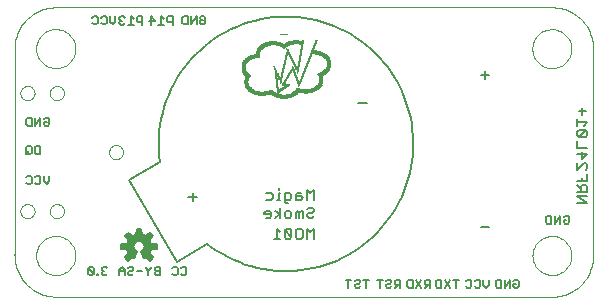
<source format=gbo>
G75*
G70*
%OFA0B0*%
%FSLAX24Y24*%
%IPPOS*%
%LPD*%
%AMOC8*
5,1,8,0,0,1.08239X$1,22.5*
%
%ADD10C,0.0050*%
%ADD11C,0.0000*%
%ADD12C,0.0060*%
%ADD13C,0.0080*%
%ADD14R,0.0110X0.0005*%
%ADD15R,0.0210X0.0005*%
%ADD16R,0.0280X0.0005*%
%ADD17R,0.0325X0.0005*%
%ADD18R,0.0365X0.0005*%
%ADD19R,0.0410X0.0005*%
%ADD20R,0.0440X0.0005*%
%ADD21R,0.0470X0.0005*%
%ADD22R,0.0505X0.0005*%
%ADD23R,0.0530X0.0005*%
%ADD24R,0.0555X0.0005*%
%ADD25R,0.0580X0.0005*%
%ADD26R,0.0600X0.0005*%
%ADD27R,0.0625X0.0005*%
%ADD28R,0.0645X0.0005*%
%ADD29R,0.0665X0.0005*%
%ADD30R,0.0685X0.0005*%
%ADD31R,0.0705X0.0005*%
%ADD32R,0.0715X0.0005*%
%ADD33R,0.0735X0.0005*%
%ADD34R,0.0755X0.0005*%
%ADD35R,0.0090X0.0005*%
%ADD36R,0.0770X0.0005*%
%ADD37R,0.0190X0.0005*%
%ADD38R,0.0355X0.0005*%
%ADD39R,0.0360X0.0005*%
%ADD40R,0.0260X0.0005*%
%ADD41R,0.0315X0.0005*%
%ADD42R,0.0320X0.0005*%
%ADD43R,0.0295X0.0005*%
%ADD44R,0.0275X0.0005*%
%ADD45R,0.0400X0.0005*%
%ADD46R,0.0265X0.0005*%
%ADD47R,0.0435X0.0005*%
%ADD48R,0.0255X0.0005*%
%ADD49R,0.0465X0.0005*%
%ADD50R,0.0245X0.0005*%
%ADD51R,0.0495X0.0005*%
%ADD52R,0.0235X0.0005*%
%ADD53R,0.0525X0.0005*%
%ADD54R,0.0230X0.0005*%
%ADD55R,0.0240X0.0005*%
%ADD56R,0.0545X0.0005*%
%ADD57R,0.0820X0.0005*%
%ADD58R,0.0220X0.0005*%
%ADD59R,0.0025X0.0005*%
%ADD60R,0.0795X0.0005*%
%ADD61R,0.0215X0.0005*%
%ADD62R,0.0035X0.0005*%
%ADD63R,0.0040X0.0005*%
%ADD64R,0.0800X0.0005*%
%ADD65R,0.0205X0.0005*%
%ADD66R,0.0050X0.0005*%
%ADD67R,0.0805X0.0005*%
%ADD68R,0.0165X0.0005*%
%ADD69R,0.0055X0.0005*%
%ADD70R,0.0200X0.0005*%
%ADD71R,0.0060X0.0005*%
%ADD72R,0.0300X0.0005*%
%ADD73R,0.0195X0.0005*%
%ADD74R,0.0065X0.0005*%
%ADD75R,0.0345X0.0005*%
%ADD76R,0.0070X0.0005*%
%ADD77R,0.0385X0.0005*%
%ADD78R,0.0080X0.0005*%
%ADD79R,0.0425X0.0005*%
%ADD80R,0.0185X0.0005*%
%ADD81R,0.0085X0.0005*%
%ADD82R,0.0635X0.0005*%
%ADD83R,0.0810X0.0005*%
%ADD84R,0.0095X0.0005*%
%ADD85R,0.0335X0.0005*%
%ADD86R,0.0655X0.0005*%
%ADD87R,0.0105X0.0005*%
%ADD88R,0.0290X0.0005*%
%ADD89R,0.0660X0.0005*%
%ADD90R,0.0115X0.0005*%
%ADD91R,0.0285X0.0005*%
%ADD92R,0.0120X0.0005*%
%ADD93R,0.0270X0.0005*%
%ADD94R,0.0675X0.0005*%
%ADD95R,0.0130X0.0005*%
%ADD96R,0.0680X0.0005*%
%ADD97R,0.0135X0.0005*%
%ADD98R,0.0250X0.0005*%
%ADD99R,0.0140X0.0005*%
%ADD100R,0.0180X0.0005*%
%ADD101R,0.0695X0.0005*%
%ADD102R,0.0150X0.0005*%
%ADD103R,0.0160X0.0005*%
%ADD104R,0.0155X0.0005*%
%ADD105R,0.0145X0.0005*%
%ADD106R,0.0700X0.0005*%
%ADD107R,0.0225X0.0005*%
%ADD108R,0.0170X0.0005*%
%ADD109R,0.0100X0.0005*%
%ADD110R,0.0075X0.0005*%
%ADD111R,0.0720X0.0005*%
%ADD112R,0.0725X0.0005*%
%ADD113R,0.0340X0.0005*%
%ADD114R,0.0305X0.0005*%
%ADD115R,0.0175X0.0005*%
%ADD116R,0.0005X0.0005*%
%ADD117R,0.0010X0.0005*%
%ADD118R,0.0015X0.0005*%
%ADD119R,0.0020X0.0005*%
%ADD120R,0.0030X0.0005*%
%ADD121R,0.0125X0.0005*%
%ADD122R,0.0045X0.0005*%
%ADD123R,0.0370X0.0005*%
%ADD124R,0.0375X0.0005*%
%ADD125R,0.0350X0.0005*%
%ADD126R,0.0330X0.0005*%
%ADD127R,0.0485X0.0005*%
%ADD128R,0.0480X0.0005*%
%ADD129R,0.0460X0.0005*%
%ADD130R,0.0445X0.0005*%
%ADD131R,0.0310X0.0005*%
%ADD132R,0.0380X0.0005*%
%ADD133R,0.0415X0.0005*%
%ADD134R,0.0450X0.0005*%
%ADD135R,0.0490X0.0005*%
%ADD136R,0.0965X0.0005*%
%ADD137R,0.0975X0.0005*%
%ADD138R,0.0980X0.0005*%
%ADD139R,0.0990X0.0005*%
%ADD140R,0.1005X0.0005*%
%ADD141R,0.0615X0.0005*%
%ADD142R,0.0640X0.0005*%
%ADD143R,0.0605X0.0005*%
%ADD144R,0.0620X0.0005*%
%ADD145R,0.0590X0.0005*%
%ADD146R,0.0570X0.0005*%
%ADD147R,0.0540X0.0005*%
%ADD148R,0.0515X0.0005*%
%ADD149R,0.0565X0.0005*%
%ADD150R,0.0535X0.0005*%
%ADD151R,0.0395X0.0005*%
%ADD152R,0.0520X0.0005*%
%ADD153R,0.0500X0.0005*%
%ADD154R,0.0430X0.0005*%
%ADD155C,0.0059*%
D10*
X003740Y002054D02*
X003785Y002009D01*
X003875Y002009D01*
X003920Y002054D01*
X003740Y002234D01*
X003740Y002054D01*
X003920Y002054D02*
X003920Y002234D01*
X003875Y002279D01*
X003785Y002279D01*
X003740Y002234D01*
X004022Y002054D02*
X004022Y002009D01*
X004067Y002009D01*
X004067Y002054D01*
X004022Y002054D01*
X004182Y002054D02*
X004182Y002099D01*
X004227Y002144D01*
X004272Y002144D01*
X004227Y002144D02*
X004182Y002189D01*
X004182Y002234D01*
X004227Y002279D01*
X004317Y002279D01*
X004362Y002234D01*
X004362Y002054D02*
X004317Y002009D01*
X004227Y002009D01*
X004182Y002054D01*
X004771Y002009D02*
X004771Y002189D01*
X004861Y002279D01*
X004951Y002189D01*
X004951Y002009D01*
X005066Y002054D02*
X005066Y002099D01*
X005111Y002144D01*
X005201Y002144D01*
X005246Y002189D01*
X005246Y002234D01*
X005201Y002279D01*
X005111Y002279D01*
X005066Y002234D01*
X004951Y002144D02*
X004771Y002144D01*
X005066Y002054D02*
X005111Y002009D01*
X005201Y002009D01*
X005246Y002054D01*
X005360Y002144D02*
X005541Y002144D01*
X005655Y002234D02*
X005655Y002279D01*
X005655Y002234D02*
X005745Y002144D01*
X005745Y002009D01*
X005745Y002144D02*
X005835Y002234D01*
X005835Y002279D01*
X005950Y002234D02*
X005950Y002189D01*
X005995Y002144D01*
X006130Y002144D01*
X006130Y002279D02*
X005995Y002279D01*
X005950Y002234D01*
X005995Y002144D02*
X005950Y002099D01*
X005950Y002054D01*
X005995Y002009D01*
X006130Y002009D01*
X006130Y002279D01*
X006539Y002234D02*
X006584Y002279D01*
X006674Y002279D01*
X006719Y002234D01*
X006719Y002054D01*
X006674Y002009D01*
X006584Y002009D01*
X006539Y002054D01*
X006834Y002054D02*
X006879Y002009D01*
X006969Y002009D01*
X007014Y002054D01*
X007014Y002234D01*
X006969Y002279D01*
X006879Y002279D01*
X006834Y002234D01*
X002441Y005137D02*
X002351Y005047D01*
X002261Y005137D01*
X002261Y005317D01*
X002146Y005272D02*
X002146Y005092D01*
X002101Y005047D01*
X002011Y005047D01*
X001966Y005092D01*
X001851Y005092D02*
X001806Y005047D01*
X001716Y005047D01*
X001671Y005092D01*
X001671Y005272D02*
X001716Y005317D01*
X001806Y005317D01*
X001851Y005272D01*
X001851Y005092D01*
X001966Y005272D02*
X002011Y005317D01*
X002101Y005317D01*
X002146Y005272D01*
X002441Y005317D02*
X002441Y005137D01*
X002146Y006047D02*
X002011Y006047D01*
X001966Y006092D01*
X001966Y006272D01*
X002011Y006317D01*
X002146Y006317D01*
X002146Y006047D01*
X001851Y006092D02*
X001851Y006272D01*
X001806Y006317D01*
X001716Y006317D01*
X001671Y006272D01*
X001671Y006092D01*
X001716Y006047D01*
X001806Y006047D01*
X001851Y006092D01*
X001761Y006137D02*
X001671Y006047D01*
X001716Y006997D02*
X001671Y007042D01*
X001671Y007222D01*
X001716Y007267D01*
X001851Y007267D01*
X001851Y006997D01*
X001716Y006997D01*
X001966Y006997D02*
X001966Y007267D01*
X002146Y007267D02*
X001966Y006997D01*
X002146Y006997D02*
X002146Y007267D01*
X002261Y007222D02*
X002306Y007267D01*
X002396Y007267D01*
X002441Y007222D01*
X002441Y007042D01*
X002396Y006997D01*
X002306Y006997D01*
X002261Y007042D01*
X002261Y007132D01*
X002351Y007132D01*
X003921Y010374D02*
X003876Y010419D01*
X003921Y010374D02*
X004011Y010374D01*
X004056Y010419D01*
X004056Y010599D01*
X004011Y010644D01*
X003921Y010644D01*
X003876Y010599D01*
X004171Y010599D02*
X004216Y010644D01*
X004306Y010644D01*
X004351Y010599D01*
X004351Y010419D01*
X004306Y010374D01*
X004216Y010374D01*
X004171Y010419D01*
X004465Y010464D02*
X004465Y010644D01*
X004645Y010644D02*
X004645Y010464D01*
X004555Y010374D01*
X004465Y010464D01*
X004778Y010454D02*
X004778Y010409D01*
X004823Y010364D01*
X004913Y010364D01*
X004958Y010409D01*
X005072Y010364D02*
X005252Y010364D01*
X005162Y010364D02*
X005162Y010634D01*
X005252Y010544D01*
X005367Y010589D02*
X005367Y010499D01*
X005412Y010454D01*
X005547Y010454D01*
X005547Y010364D02*
X005547Y010634D01*
X005412Y010634D01*
X005367Y010589D01*
X004958Y010589D02*
X004913Y010634D01*
X004823Y010634D01*
X004778Y010589D01*
X004778Y010544D01*
X004823Y010499D01*
X004778Y010454D01*
X004823Y010499D02*
X004868Y010499D01*
X005779Y010499D02*
X005959Y010499D01*
X005824Y010634D01*
X005824Y010364D01*
X006074Y010364D02*
X006254Y010364D01*
X006164Y010364D02*
X006164Y010634D01*
X006254Y010544D01*
X006368Y010589D02*
X006368Y010499D01*
X006413Y010454D01*
X006549Y010454D01*
X006549Y010364D02*
X006549Y010634D01*
X006413Y010634D01*
X006368Y010589D01*
X006878Y010599D02*
X006878Y010419D01*
X006923Y010374D01*
X007058Y010374D01*
X007058Y010644D01*
X006923Y010644D01*
X006878Y010599D01*
X007172Y010644D02*
X007172Y010374D01*
X007352Y010644D01*
X007352Y010374D01*
X007467Y010419D02*
X007467Y010509D01*
X007557Y010509D01*
X007647Y010599D02*
X007647Y010419D01*
X007602Y010374D01*
X007512Y010374D01*
X007467Y010419D01*
X007467Y010599D02*
X007512Y010644D01*
X007602Y010644D01*
X007647Y010599D01*
X018997Y003949D02*
X019042Y003994D01*
X019177Y003994D01*
X019177Y003723D01*
X019042Y003723D01*
X018997Y003769D01*
X018997Y003949D01*
X019291Y003994D02*
X019291Y003723D01*
X019472Y003994D01*
X019472Y003723D01*
X019586Y003769D02*
X019586Y003859D01*
X019676Y003859D01*
X019586Y003949D02*
X019631Y003994D01*
X019721Y003994D01*
X019766Y003949D01*
X019766Y003769D01*
X019721Y003723D01*
X019631Y003723D01*
X019586Y003769D01*
X018046Y001867D02*
X018091Y001822D01*
X018091Y001642D01*
X018046Y001597D01*
X017956Y001597D01*
X017911Y001642D01*
X017911Y001732D01*
X018001Y001732D01*
X017911Y001822D02*
X017956Y001867D01*
X018046Y001867D01*
X017796Y001867D02*
X017616Y001597D01*
X017616Y001867D01*
X017501Y001867D02*
X017366Y001867D01*
X017321Y001822D01*
X017321Y001642D01*
X017366Y001597D01*
X017501Y001597D01*
X017501Y001867D01*
X017796Y001867D02*
X017796Y001597D01*
X017091Y001687D02*
X017091Y001867D01*
X016911Y001867D02*
X016911Y001687D01*
X017001Y001597D01*
X017091Y001687D01*
X016796Y001642D02*
X016796Y001822D01*
X016751Y001867D01*
X016661Y001867D01*
X016616Y001822D01*
X016501Y001822D02*
X016501Y001642D01*
X016456Y001597D01*
X016366Y001597D01*
X016321Y001642D01*
X016321Y001822D02*
X016366Y001867D01*
X016456Y001867D01*
X016501Y001822D01*
X016616Y001642D02*
X016661Y001597D01*
X016751Y001597D01*
X016796Y001642D01*
X016091Y001867D02*
X015911Y001867D01*
X016001Y001867D02*
X016001Y001597D01*
X015796Y001597D02*
X015616Y001867D01*
X015501Y001867D02*
X015366Y001867D01*
X015321Y001822D01*
X015321Y001642D01*
X015366Y001597D01*
X015501Y001597D01*
X015501Y001867D01*
X015141Y001867D02*
X015006Y001867D01*
X014961Y001822D01*
X014961Y001732D01*
X015006Y001687D01*
X015141Y001687D01*
X015141Y001597D02*
X015141Y001867D01*
X015051Y001687D02*
X014961Y001597D01*
X014846Y001597D02*
X014666Y001867D01*
X014551Y001867D02*
X014416Y001867D01*
X014371Y001822D01*
X014371Y001642D01*
X014416Y001597D01*
X014551Y001597D01*
X014551Y001867D01*
X014666Y001597D02*
X014846Y001867D01*
X014141Y001867D02*
X014141Y001597D01*
X014141Y001687D02*
X014006Y001687D01*
X013961Y001732D01*
X013961Y001822D01*
X014006Y001867D01*
X014141Y001867D01*
X013846Y001822D02*
X013846Y001777D01*
X013801Y001732D01*
X013711Y001732D01*
X013666Y001687D01*
X013666Y001642D01*
X013711Y001597D01*
X013801Y001597D01*
X013846Y001642D01*
X013961Y001597D02*
X014051Y001687D01*
X013846Y001822D02*
X013801Y001867D01*
X013711Y001867D01*
X013666Y001822D01*
X013551Y001867D02*
X013371Y001867D01*
X013461Y001867D02*
X013461Y001597D01*
X013001Y001597D02*
X013001Y001867D01*
X013091Y001867D02*
X012911Y001867D01*
X012796Y001822D02*
X012751Y001867D01*
X012661Y001867D01*
X012616Y001822D01*
X012661Y001732D02*
X012616Y001687D01*
X012616Y001642D01*
X012661Y001597D01*
X012751Y001597D01*
X012796Y001642D01*
X012751Y001732D02*
X012661Y001732D01*
X012751Y001732D02*
X012796Y001777D01*
X012796Y001822D01*
X012501Y001867D02*
X012321Y001867D01*
X012411Y001867D02*
X012411Y001597D01*
X015616Y001597D02*
X015796Y001867D01*
D11*
X002660Y001292D02*
X002657Y001292D01*
X002660Y001292D02*
X019195Y001292D01*
X019198Y001292D01*
X018548Y002667D02*
X018550Y002717D01*
X018556Y002767D01*
X018566Y002817D01*
X018579Y002865D01*
X018596Y002913D01*
X018617Y002959D01*
X018641Y003003D01*
X018669Y003045D01*
X018700Y003085D01*
X018734Y003122D01*
X018771Y003157D01*
X018810Y003188D01*
X018851Y003217D01*
X018895Y003242D01*
X018941Y003264D01*
X018988Y003282D01*
X019036Y003296D01*
X019085Y003307D01*
X019135Y003314D01*
X019185Y003317D01*
X019236Y003316D01*
X019286Y003311D01*
X019336Y003302D01*
X019384Y003290D01*
X019432Y003273D01*
X019478Y003253D01*
X019523Y003230D01*
X019566Y003203D01*
X019606Y003173D01*
X019644Y003140D01*
X019679Y003104D01*
X019712Y003065D01*
X019741Y003024D01*
X019767Y002981D01*
X019790Y002936D01*
X019809Y002889D01*
X019824Y002841D01*
X019836Y002792D01*
X019844Y002742D01*
X019848Y002692D01*
X019848Y002642D01*
X019844Y002592D01*
X019836Y002542D01*
X019824Y002493D01*
X019809Y002445D01*
X019790Y002398D01*
X019767Y002353D01*
X019741Y002310D01*
X019712Y002269D01*
X019679Y002230D01*
X019644Y002194D01*
X019606Y002161D01*
X019566Y002131D01*
X019523Y002104D01*
X019478Y002081D01*
X019432Y002061D01*
X019384Y002044D01*
X019336Y002032D01*
X019286Y002023D01*
X019236Y002018D01*
X019185Y002017D01*
X019135Y002020D01*
X019085Y002027D01*
X019036Y002038D01*
X018988Y002052D01*
X018941Y002070D01*
X018895Y002092D01*
X018851Y002117D01*
X018810Y002146D01*
X018771Y002177D01*
X018734Y002212D01*
X018700Y002249D01*
X018669Y002289D01*
X018641Y002331D01*
X018617Y002375D01*
X018596Y002421D01*
X018579Y002469D01*
X018566Y002517D01*
X018556Y002567D01*
X018550Y002617D01*
X018548Y002667D01*
X019195Y001292D02*
X019267Y001294D01*
X019339Y001300D01*
X019411Y001309D01*
X019482Y001322D01*
X019552Y001339D01*
X019621Y001359D01*
X019689Y001384D01*
X019755Y001411D01*
X019821Y001442D01*
X019884Y001477D01*
X019946Y001514D01*
X020005Y001555D01*
X020062Y001599D01*
X020117Y001646D01*
X020169Y001696D01*
X020219Y001748D01*
X020266Y001803D01*
X020310Y001860D01*
X020351Y001919D01*
X020388Y001981D01*
X020423Y002044D01*
X020454Y002110D01*
X020481Y002176D01*
X020506Y002244D01*
X020526Y002313D01*
X020543Y002383D01*
X020556Y002454D01*
X020565Y002526D01*
X020571Y002598D01*
X020573Y002670D01*
X020573Y009560D01*
X018545Y009560D02*
X018547Y009610D01*
X018553Y009660D01*
X018563Y009710D01*
X018576Y009758D01*
X018593Y009806D01*
X018614Y009852D01*
X018638Y009896D01*
X018666Y009938D01*
X018697Y009978D01*
X018731Y010015D01*
X018768Y010050D01*
X018807Y010081D01*
X018848Y010110D01*
X018892Y010135D01*
X018938Y010157D01*
X018985Y010175D01*
X019033Y010189D01*
X019082Y010200D01*
X019132Y010207D01*
X019182Y010210D01*
X019233Y010209D01*
X019283Y010204D01*
X019333Y010195D01*
X019381Y010183D01*
X019429Y010166D01*
X019475Y010146D01*
X019520Y010123D01*
X019563Y010096D01*
X019603Y010066D01*
X019641Y010033D01*
X019676Y009997D01*
X019709Y009958D01*
X019738Y009917D01*
X019764Y009874D01*
X019787Y009829D01*
X019806Y009782D01*
X019821Y009734D01*
X019833Y009685D01*
X019841Y009635D01*
X019845Y009585D01*
X019845Y009535D01*
X019841Y009485D01*
X019833Y009435D01*
X019821Y009386D01*
X019806Y009338D01*
X019787Y009291D01*
X019764Y009246D01*
X019738Y009203D01*
X019709Y009162D01*
X019676Y009123D01*
X019641Y009087D01*
X019603Y009054D01*
X019563Y009024D01*
X019520Y008997D01*
X019475Y008974D01*
X019429Y008954D01*
X019381Y008937D01*
X019333Y008925D01*
X019283Y008916D01*
X019233Y008911D01*
X019182Y008910D01*
X019132Y008913D01*
X019082Y008920D01*
X019033Y008931D01*
X018985Y008945D01*
X018938Y008963D01*
X018892Y008985D01*
X018848Y009010D01*
X018807Y009039D01*
X018768Y009070D01*
X018731Y009105D01*
X018697Y009142D01*
X018666Y009182D01*
X018638Y009224D01*
X018614Y009268D01*
X018593Y009314D01*
X018576Y009362D01*
X018563Y009410D01*
X018553Y009460D01*
X018547Y009510D01*
X018545Y009560D01*
X019195Y010938D02*
X019267Y010936D01*
X019339Y010930D01*
X019411Y010921D01*
X019482Y010908D01*
X019552Y010891D01*
X019621Y010871D01*
X019689Y010846D01*
X019755Y010819D01*
X019821Y010788D01*
X019884Y010753D01*
X019946Y010716D01*
X020005Y010675D01*
X020062Y010631D01*
X020117Y010584D01*
X020169Y010534D01*
X020219Y010482D01*
X020266Y010427D01*
X020310Y010370D01*
X020351Y010311D01*
X020388Y010249D01*
X020423Y010186D01*
X020454Y010120D01*
X020481Y010054D01*
X020506Y009986D01*
X020526Y009917D01*
X020543Y009847D01*
X020556Y009776D01*
X020565Y009704D01*
X020571Y009632D01*
X020573Y009560D01*
X019195Y010938D02*
X002660Y010938D01*
X002007Y009563D02*
X002009Y009613D01*
X002015Y009663D01*
X002025Y009713D01*
X002038Y009761D01*
X002055Y009809D01*
X002076Y009855D01*
X002100Y009899D01*
X002128Y009941D01*
X002159Y009981D01*
X002193Y010018D01*
X002230Y010053D01*
X002269Y010084D01*
X002310Y010113D01*
X002354Y010138D01*
X002400Y010160D01*
X002447Y010178D01*
X002495Y010192D01*
X002544Y010203D01*
X002594Y010210D01*
X002644Y010213D01*
X002695Y010212D01*
X002745Y010207D01*
X002795Y010198D01*
X002843Y010186D01*
X002891Y010169D01*
X002937Y010149D01*
X002982Y010126D01*
X003025Y010099D01*
X003065Y010069D01*
X003103Y010036D01*
X003138Y010000D01*
X003171Y009961D01*
X003200Y009920D01*
X003226Y009877D01*
X003249Y009832D01*
X003268Y009785D01*
X003283Y009737D01*
X003295Y009688D01*
X003303Y009638D01*
X003307Y009588D01*
X003307Y009538D01*
X003303Y009488D01*
X003295Y009438D01*
X003283Y009389D01*
X003268Y009341D01*
X003249Y009294D01*
X003226Y009249D01*
X003200Y009206D01*
X003171Y009165D01*
X003138Y009126D01*
X003103Y009090D01*
X003065Y009057D01*
X003025Y009027D01*
X002982Y009000D01*
X002937Y008977D01*
X002891Y008957D01*
X002843Y008940D01*
X002795Y008928D01*
X002745Y008919D01*
X002695Y008914D01*
X002644Y008913D01*
X002594Y008916D01*
X002544Y008923D01*
X002495Y008934D01*
X002447Y008948D01*
X002400Y008966D01*
X002354Y008988D01*
X002310Y009013D01*
X002269Y009042D01*
X002230Y009073D01*
X002193Y009108D01*
X002159Y009145D01*
X002128Y009185D01*
X002100Y009227D01*
X002076Y009271D01*
X002055Y009317D01*
X002038Y009365D01*
X002025Y009413D01*
X002015Y009463D01*
X002009Y009513D01*
X002007Y009563D01*
X001282Y009560D02*
X001284Y009632D01*
X001290Y009704D01*
X001299Y009776D01*
X001312Y009847D01*
X001329Y009917D01*
X001349Y009986D01*
X001374Y010054D01*
X001401Y010120D01*
X001432Y010186D01*
X001467Y010249D01*
X001504Y010311D01*
X001545Y010370D01*
X001589Y010427D01*
X001636Y010482D01*
X001686Y010534D01*
X001738Y010584D01*
X001793Y010631D01*
X001850Y010675D01*
X001909Y010716D01*
X001971Y010753D01*
X002034Y010788D01*
X002100Y010819D01*
X002166Y010846D01*
X002234Y010871D01*
X002303Y010891D01*
X002373Y010908D01*
X002444Y010921D01*
X002516Y010930D01*
X002588Y010936D01*
X002660Y010938D01*
X001282Y009563D02*
X001282Y009560D01*
X001282Y002710D01*
X001282Y002667D01*
X002007Y002667D02*
X002009Y002717D01*
X002015Y002767D01*
X002025Y002817D01*
X002038Y002865D01*
X002055Y002913D01*
X002076Y002959D01*
X002100Y003003D01*
X002128Y003045D01*
X002159Y003085D01*
X002193Y003122D01*
X002230Y003157D01*
X002269Y003188D01*
X002310Y003217D01*
X002354Y003242D01*
X002400Y003264D01*
X002447Y003282D01*
X002495Y003296D01*
X002544Y003307D01*
X002594Y003314D01*
X002644Y003317D01*
X002695Y003316D01*
X002745Y003311D01*
X002795Y003302D01*
X002843Y003290D01*
X002891Y003273D01*
X002937Y003253D01*
X002982Y003230D01*
X003025Y003203D01*
X003065Y003173D01*
X003103Y003140D01*
X003138Y003104D01*
X003171Y003065D01*
X003200Y003024D01*
X003226Y002981D01*
X003249Y002936D01*
X003268Y002889D01*
X003283Y002841D01*
X003295Y002792D01*
X003303Y002742D01*
X003307Y002692D01*
X003307Y002642D01*
X003303Y002592D01*
X003295Y002542D01*
X003283Y002493D01*
X003268Y002445D01*
X003249Y002398D01*
X003226Y002353D01*
X003200Y002310D01*
X003171Y002269D01*
X003138Y002230D01*
X003103Y002194D01*
X003065Y002161D01*
X003025Y002131D01*
X002982Y002104D01*
X002937Y002081D01*
X002891Y002061D01*
X002843Y002044D01*
X002795Y002032D01*
X002745Y002023D01*
X002695Y002018D01*
X002644Y002017D01*
X002594Y002020D01*
X002544Y002027D01*
X002495Y002038D01*
X002447Y002052D01*
X002400Y002070D01*
X002354Y002092D01*
X002310Y002117D01*
X002269Y002146D01*
X002230Y002177D01*
X002193Y002212D01*
X002159Y002249D01*
X002128Y002289D01*
X002100Y002331D01*
X002076Y002375D01*
X002055Y002421D01*
X002038Y002469D01*
X002025Y002517D01*
X002015Y002567D01*
X002009Y002617D01*
X002007Y002667D01*
X001281Y002710D02*
X001282Y002637D01*
X001287Y002563D01*
X001295Y002491D01*
X001308Y002419D01*
X001324Y002347D01*
X001343Y002277D01*
X001367Y002207D01*
X001394Y002139D01*
X001425Y002073D01*
X001459Y002008D01*
X001496Y001945D01*
X001537Y001884D01*
X001580Y001826D01*
X001627Y001769D01*
X001677Y001715D01*
X001729Y001664D01*
X001784Y001616D01*
X001841Y001571D01*
X001901Y001528D01*
X001963Y001489D01*
X002027Y001453D01*
X002092Y001421D01*
X002160Y001392D01*
X002228Y001367D01*
X002298Y001345D01*
X002369Y001327D01*
X002441Y001312D01*
X002513Y001302D01*
X002586Y001295D01*
X002659Y001292D01*
X002463Y004143D02*
X002465Y004173D01*
X002471Y004203D01*
X002480Y004232D01*
X002493Y004259D01*
X002510Y004284D01*
X002529Y004307D01*
X002552Y004328D01*
X002577Y004345D01*
X002603Y004359D01*
X002632Y004369D01*
X002661Y004376D01*
X002691Y004379D01*
X002722Y004378D01*
X002752Y004373D01*
X002781Y004364D01*
X002808Y004352D01*
X002834Y004337D01*
X002858Y004318D01*
X002879Y004296D01*
X002897Y004272D01*
X002912Y004245D01*
X002923Y004217D01*
X002931Y004188D01*
X002935Y004158D01*
X002935Y004128D01*
X002931Y004098D01*
X002923Y004069D01*
X002912Y004041D01*
X002897Y004014D01*
X002879Y003990D01*
X002858Y003968D01*
X002834Y003949D01*
X002808Y003934D01*
X002781Y003922D01*
X002752Y003913D01*
X002722Y003908D01*
X002691Y003907D01*
X002661Y003910D01*
X002632Y003917D01*
X002603Y003927D01*
X002577Y003941D01*
X002552Y003958D01*
X002529Y003979D01*
X002510Y004002D01*
X002493Y004027D01*
X002480Y004054D01*
X002471Y004083D01*
X002465Y004113D01*
X002463Y004143D01*
X001479Y004143D02*
X001481Y004173D01*
X001487Y004203D01*
X001496Y004232D01*
X001509Y004259D01*
X001526Y004284D01*
X001545Y004307D01*
X001568Y004328D01*
X001593Y004345D01*
X001619Y004359D01*
X001648Y004369D01*
X001677Y004376D01*
X001707Y004379D01*
X001738Y004378D01*
X001768Y004373D01*
X001797Y004364D01*
X001824Y004352D01*
X001850Y004337D01*
X001874Y004318D01*
X001895Y004296D01*
X001913Y004272D01*
X001928Y004245D01*
X001939Y004217D01*
X001947Y004188D01*
X001951Y004158D01*
X001951Y004128D01*
X001947Y004098D01*
X001939Y004069D01*
X001928Y004041D01*
X001913Y004014D01*
X001895Y003990D01*
X001874Y003968D01*
X001850Y003949D01*
X001824Y003934D01*
X001797Y003922D01*
X001768Y003913D01*
X001738Y003908D01*
X001707Y003907D01*
X001677Y003910D01*
X001648Y003917D01*
X001619Y003927D01*
X001593Y003941D01*
X001568Y003958D01*
X001545Y003979D01*
X001526Y004002D01*
X001509Y004027D01*
X001496Y004054D01*
X001487Y004083D01*
X001481Y004113D01*
X001479Y004143D01*
X004432Y006111D02*
X004434Y006141D01*
X004440Y006171D01*
X004449Y006200D01*
X004462Y006227D01*
X004479Y006252D01*
X004498Y006275D01*
X004521Y006296D01*
X004546Y006313D01*
X004572Y006327D01*
X004601Y006337D01*
X004630Y006344D01*
X004660Y006347D01*
X004691Y006346D01*
X004721Y006341D01*
X004750Y006332D01*
X004777Y006320D01*
X004803Y006305D01*
X004827Y006286D01*
X004848Y006264D01*
X004866Y006240D01*
X004881Y006213D01*
X004892Y006185D01*
X004900Y006156D01*
X004904Y006126D01*
X004904Y006096D01*
X004900Y006066D01*
X004892Y006037D01*
X004881Y006009D01*
X004866Y005982D01*
X004848Y005958D01*
X004827Y005936D01*
X004803Y005917D01*
X004777Y005902D01*
X004750Y005890D01*
X004721Y005881D01*
X004691Y005876D01*
X004660Y005875D01*
X004630Y005878D01*
X004601Y005885D01*
X004572Y005895D01*
X004546Y005909D01*
X004521Y005926D01*
X004498Y005947D01*
X004479Y005970D01*
X004462Y005995D01*
X004449Y006022D01*
X004440Y006051D01*
X004434Y006081D01*
X004432Y006111D01*
X002463Y008080D02*
X002465Y008110D01*
X002471Y008140D01*
X002480Y008169D01*
X002493Y008196D01*
X002510Y008221D01*
X002529Y008244D01*
X002552Y008265D01*
X002577Y008282D01*
X002603Y008296D01*
X002632Y008306D01*
X002661Y008313D01*
X002691Y008316D01*
X002722Y008315D01*
X002752Y008310D01*
X002781Y008301D01*
X002808Y008289D01*
X002834Y008274D01*
X002858Y008255D01*
X002879Y008233D01*
X002897Y008209D01*
X002912Y008182D01*
X002923Y008154D01*
X002931Y008125D01*
X002935Y008095D01*
X002935Y008065D01*
X002931Y008035D01*
X002923Y008006D01*
X002912Y007978D01*
X002897Y007951D01*
X002879Y007927D01*
X002858Y007905D01*
X002834Y007886D01*
X002808Y007871D01*
X002781Y007859D01*
X002752Y007850D01*
X002722Y007845D01*
X002691Y007844D01*
X002661Y007847D01*
X002632Y007854D01*
X002603Y007864D01*
X002577Y007878D01*
X002552Y007895D01*
X002529Y007916D01*
X002510Y007939D01*
X002493Y007964D01*
X002480Y007991D01*
X002471Y008020D01*
X002465Y008050D01*
X002463Y008080D01*
X001479Y008080D02*
X001481Y008110D01*
X001487Y008140D01*
X001496Y008169D01*
X001509Y008196D01*
X001526Y008221D01*
X001545Y008244D01*
X001568Y008265D01*
X001593Y008282D01*
X001619Y008296D01*
X001648Y008306D01*
X001677Y008313D01*
X001707Y008316D01*
X001738Y008315D01*
X001768Y008310D01*
X001797Y008301D01*
X001824Y008289D01*
X001850Y008274D01*
X001874Y008255D01*
X001895Y008233D01*
X001913Y008209D01*
X001928Y008182D01*
X001939Y008154D01*
X001947Y008125D01*
X001951Y008095D01*
X001951Y008065D01*
X001947Y008035D01*
X001939Y008006D01*
X001928Y007978D01*
X001913Y007951D01*
X001895Y007927D01*
X001874Y007905D01*
X001850Y007886D01*
X001824Y007871D01*
X001797Y007859D01*
X001768Y007850D01*
X001738Y007845D01*
X001707Y007844D01*
X001677Y007847D01*
X001648Y007854D01*
X001619Y007864D01*
X001593Y007878D01*
X001568Y007895D01*
X001545Y007916D01*
X001526Y007939D01*
X001509Y007964D01*
X001496Y007991D01*
X001487Y008020D01*
X001481Y008050D01*
X001479Y008080D01*
D12*
X009674Y004749D02*
X009845Y004749D01*
X009901Y004692D01*
X009901Y004579D01*
X009845Y004522D01*
X009674Y004522D01*
X010033Y004522D02*
X010147Y004522D01*
X010090Y004522D02*
X010090Y004749D01*
X010147Y004749D01*
X010090Y004862D02*
X010090Y004919D01*
X010288Y004749D02*
X010458Y004749D01*
X010515Y004692D01*
X010515Y004579D01*
X010458Y004522D01*
X010288Y004522D01*
X010288Y004465D02*
X010288Y004749D01*
X010288Y004465D02*
X010345Y004409D01*
X010402Y004409D01*
X010657Y004522D02*
X010827Y004522D01*
X010883Y004579D01*
X010827Y004636D01*
X010657Y004636D01*
X010657Y004692D02*
X010657Y004522D01*
X010657Y004692D02*
X010713Y004749D01*
X010827Y004749D01*
X011025Y004862D02*
X011025Y004522D01*
X011252Y004522D02*
X011252Y004862D01*
X011138Y004749D01*
X011025Y004862D01*
X011082Y004262D02*
X011195Y004262D01*
X011252Y004206D01*
X011252Y004149D01*
X011195Y004092D01*
X011082Y004092D01*
X011025Y004036D01*
X011025Y003979D01*
X011082Y003922D01*
X011195Y003922D01*
X011252Y003979D01*
X011025Y004206D02*
X011082Y004262D01*
X010883Y004149D02*
X010827Y004149D01*
X010770Y004092D01*
X010713Y004149D01*
X010657Y004092D01*
X010657Y003922D01*
X010770Y003922D02*
X010770Y004092D01*
X010883Y004149D02*
X010883Y003922D01*
X010515Y003979D02*
X010515Y004092D01*
X010458Y004149D01*
X010345Y004149D01*
X010288Y004092D01*
X010288Y003979D01*
X010345Y003922D01*
X010458Y003922D01*
X010515Y003979D01*
X010147Y004036D02*
X009977Y004149D01*
X009840Y004092D02*
X009840Y003979D01*
X009783Y003922D01*
X009670Y003922D01*
X009613Y004036D02*
X009840Y004036D01*
X009840Y004092D02*
X009783Y004149D01*
X009670Y004149D01*
X009613Y004092D01*
X009613Y004036D01*
X009977Y003922D02*
X010147Y004036D01*
X010147Y003922D02*
X010147Y004262D01*
X010033Y003562D02*
X010033Y003222D01*
X009920Y003222D02*
X010147Y003222D01*
X010288Y003279D02*
X010345Y003222D01*
X010458Y003222D01*
X010515Y003279D01*
X010288Y003506D01*
X010288Y003279D01*
X010147Y003449D02*
X010033Y003562D01*
X010288Y003506D02*
X010345Y003562D01*
X010458Y003562D01*
X010515Y003506D01*
X010515Y003279D01*
X010657Y003279D02*
X010657Y003506D01*
X010713Y003562D01*
X010827Y003562D01*
X010883Y003506D01*
X010883Y003279D01*
X010827Y003222D01*
X010713Y003222D01*
X010657Y003279D01*
X011025Y003222D02*
X011025Y003562D01*
X011138Y003449D01*
X011252Y003562D01*
X011252Y003222D01*
X020037Y004417D02*
X020377Y004417D01*
X020037Y004644D01*
X020377Y004644D01*
X020377Y004786D02*
X020037Y004786D01*
X020151Y004786D02*
X020151Y004956D01*
X020207Y005013D01*
X020321Y005013D01*
X020377Y004956D01*
X020377Y004786D01*
X020151Y004899D02*
X020037Y005013D01*
X020037Y005154D02*
X020377Y005154D01*
X020377Y005381D01*
X020321Y005522D02*
X020377Y005579D01*
X020377Y005692D01*
X020321Y005749D01*
X020264Y005749D01*
X020037Y005522D01*
X020037Y005749D01*
X020207Y005891D02*
X020207Y006117D01*
X020037Y006061D02*
X020377Y006061D01*
X020207Y005891D01*
X020037Y006259D02*
X020037Y006486D01*
X020094Y006627D02*
X020321Y006854D01*
X020094Y006854D01*
X020037Y006797D01*
X020037Y006684D01*
X020094Y006627D01*
X020321Y006627D01*
X020377Y006684D01*
X020377Y006797D01*
X020321Y006854D01*
X020264Y006996D02*
X020377Y007109D01*
X020037Y007109D01*
X020037Y006996D02*
X020037Y007222D01*
X020207Y007364D02*
X020207Y007591D01*
X020094Y007477D02*
X020321Y007477D01*
X020377Y006259D02*
X020037Y006259D01*
X020207Y005267D02*
X020207Y005154D01*
D13*
X017110Y003602D02*
X016830Y003602D01*
X007710Y003054D02*
X007876Y002930D01*
X008048Y002814D01*
X008225Y002707D01*
X008407Y002608D01*
X008594Y002519D01*
X008785Y002438D01*
X008980Y002367D01*
X009178Y002306D01*
X009378Y002255D01*
X009581Y002213D01*
X009786Y002181D01*
X009992Y002160D01*
X010199Y002148D01*
X010406Y002147D01*
X010613Y002155D01*
X010819Y002174D01*
X011025Y002203D01*
X011228Y002242D01*
X011429Y002290D01*
X011628Y002349D01*
X011824Y002417D01*
X012016Y002495D01*
X012204Y002582D01*
X012388Y002678D01*
X012566Y002782D01*
X012740Y002896D01*
X012907Y003018D01*
X013069Y003148D01*
X013224Y003285D01*
X013372Y003430D01*
X013513Y003582D01*
X013646Y003741D01*
X013771Y003906D01*
X013888Y004077D01*
X013997Y004253D01*
X014096Y004435D01*
X014187Y004621D01*
X014269Y004811D01*
X014341Y005006D01*
X014404Y005203D01*
X014457Y005403D01*
X014500Y005606D01*
X014533Y005811D01*
X014556Y006016D01*
X014569Y006223D01*
X014572Y006430D01*
X014565Y006637D01*
X014547Y006844D01*
X014520Y007049D01*
X014482Y007253D01*
X014435Y007455D01*
X014378Y007654D01*
X014311Y007850D01*
X014235Y008043D01*
X014149Y008231D01*
X014055Y008416D01*
X013951Y008595D01*
X013839Y008769D01*
X013718Y008938D01*
X013590Y009100D01*
X013453Y009256D01*
X013309Y009405D01*
X013158Y009547D01*
X013000Y009681D01*
X012836Y009808D01*
X012666Y009926D01*
X012490Y010036D01*
X012309Y010137D01*
X012124Y010229D01*
X011934Y010312D01*
X011740Y010385D01*
X011543Y010449D01*
X011343Y010504D01*
X011141Y010548D01*
X010937Y010583D01*
X010731Y010607D01*
X010524Y010622D01*
X010317Y010626D01*
X010110Y010620D01*
X009904Y010604D01*
X009698Y010578D01*
X009494Y010542D01*
X009292Y010496D01*
X009092Y010441D01*
X008896Y010375D01*
X008703Y010300D01*
X008513Y010216D01*
X008328Y010123D01*
X008148Y010020D01*
X007973Y009909D01*
X007804Y009790D01*
X007641Y009662D01*
X007484Y009527D01*
X007334Y009384D01*
X007191Y009234D01*
X007056Y009077D01*
X006928Y008914D01*
X006809Y008745D01*
X006698Y008570D01*
X006595Y008390D01*
X006502Y008205D01*
X006418Y008015D01*
X006343Y007822D01*
X006277Y007626D01*
X006222Y007426D01*
X006176Y007224D01*
X006140Y007020D01*
X006114Y006815D01*
X006098Y006608D01*
X006092Y006401D01*
X006096Y006194D01*
X006111Y005987D01*
X006135Y005781D01*
X005112Y005191D01*
X006687Y002463D01*
X007710Y003054D01*
X007216Y004474D02*
X007216Y004754D01*
X007356Y004614D02*
X007076Y004614D01*
X012736Y007739D02*
X013016Y007739D01*
X016830Y008678D02*
X017110Y008678D01*
X016970Y008818D02*
X016970Y008538D01*
D14*
X010773Y008402D03*
X010743Y008207D03*
X010368Y008307D03*
X010353Y008297D03*
X010348Y008292D03*
X010338Y008287D03*
X010333Y008282D03*
X010323Y008277D03*
X010318Y008272D03*
X010313Y008267D03*
X010303Y008262D03*
X010298Y008257D03*
X010283Y008247D03*
X010268Y008237D03*
X010263Y008232D03*
X010248Y008222D03*
X010203Y008192D03*
X010188Y008182D03*
X010183Y008177D03*
X010178Y008172D03*
X010163Y008162D03*
X010268Y007887D03*
X010148Y008537D03*
X010028Y008692D03*
X010028Y008697D03*
X010023Y008702D03*
X010023Y008707D03*
X010553Y008847D03*
X010553Y008852D03*
X010713Y008872D03*
X010713Y008877D03*
X010398Y009412D03*
X010398Y009417D03*
D15*
X010268Y009612D03*
X010678Y009807D03*
X011618Y009302D03*
X011618Y008762D03*
X011613Y008757D03*
X011358Y008237D03*
X010628Y008057D03*
X010268Y007892D03*
X009163Y008162D03*
X009078Y009192D03*
X009363Y009342D03*
D16*
X009328Y009322D03*
X010278Y010002D03*
X011523Y009352D03*
X010268Y007897D03*
X009993Y008012D03*
D17*
X010265Y007902D03*
X009295Y008102D03*
X010255Y009642D03*
X010675Y009797D03*
D18*
X009270Y009277D03*
X010265Y007907D03*
D19*
X010268Y007912D03*
X011363Y009407D03*
D20*
X011373Y009397D03*
X010268Y007917D03*
D21*
X010268Y007922D03*
X011383Y009382D03*
D22*
X010665Y009767D03*
X010265Y007927D03*
D23*
X010268Y007932D03*
D24*
X010265Y007937D03*
X010640Y009747D03*
D25*
X010623Y009732D03*
X010268Y007942D03*
D26*
X010268Y007947D03*
X010613Y009722D03*
D27*
X010265Y007952D03*
D28*
X010265Y007957D03*
X010910Y008102D03*
D29*
X010940Y008117D03*
X010265Y007962D03*
D30*
X010265Y007967D03*
X010965Y008132D03*
D31*
X010995Y008152D03*
X010265Y007972D03*
D32*
X010265Y007977D03*
X011000Y008157D03*
X011005Y008162D03*
D33*
X010265Y007982D03*
D34*
X010265Y007987D03*
D35*
X010083Y008097D03*
X009533Y007987D03*
X010148Y008512D03*
X010013Y008742D03*
X010008Y008752D03*
X010008Y008757D03*
X010553Y008872D03*
X010718Y008847D03*
X010773Y008377D03*
X010738Y008212D03*
X010393Y009442D03*
D36*
X010268Y007992D03*
D37*
X010348Y008322D03*
X009533Y007992D03*
X009058Y008647D03*
X009053Y008652D03*
X009048Y008662D03*
X009043Y008667D03*
X009038Y008672D03*
X009033Y008677D03*
X009028Y009152D03*
X009033Y009157D03*
X009038Y009162D03*
X009373Y009347D03*
X009498Y009567D03*
X009503Y009572D03*
X009508Y009577D03*
X011488Y008662D03*
X011648Y008787D03*
X011653Y008792D03*
X011653Y009272D03*
X011648Y009277D03*
X011403Y008272D03*
X011398Y008267D03*
D38*
X010480Y007997D03*
X009530Y008007D03*
X009285Y009287D03*
D39*
X009278Y009282D03*
X009228Y009252D03*
X010463Y009702D03*
X011343Y009427D03*
X011463Y009367D03*
X010053Y007997D03*
D40*
X009533Y007997D03*
X009233Y008122D03*
X009338Y009327D03*
X009618Y009647D03*
X010263Y009627D03*
X011288Y008197D03*
D41*
X010510Y008002D03*
X010020Y008002D03*
X010430Y009697D03*
D42*
X011488Y009362D03*
X009308Y009307D03*
X009198Y009247D03*
X009533Y008002D03*
D43*
X010005Y008007D03*
X010525Y008007D03*
X009180Y009242D03*
X009320Y009317D03*
X011505Y009357D03*
D44*
X011310Y009452D03*
X010340Y008347D03*
X010795Y008177D03*
X010540Y008012D03*
X011270Y008192D03*
D45*
X009533Y008012D03*
X011358Y009412D03*
D46*
X011535Y009347D03*
X010330Y008337D03*
X010555Y008017D03*
X009975Y008017D03*
X009795Y008112D03*
X009150Y009232D03*
D47*
X009530Y008017D03*
D48*
X009965Y008022D03*
X010330Y008332D03*
X010565Y008022D03*
X011295Y008202D03*
X011545Y009342D03*
X009140Y009227D03*
D49*
X010690Y009782D03*
X009530Y008022D03*
D50*
X009955Y008027D03*
X010575Y008027D03*
X011305Y008207D03*
X011520Y008697D03*
X011525Y008702D03*
X011560Y008727D03*
X009595Y009637D03*
X009130Y009222D03*
D51*
X009530Y008027D03*
D52*
X009945Y008032D03*
X010585Y008032D03*
X010990Y008072D03*
X011325Y008217D03*
X011510Y008687D03*
X011515Y008692D03*
X011575Y009327D03*
X009585Y009632D03*
X009110Y009212D03*
D53*
X009530Y008032D03*
D54*
X009203Y008137D03*
X009193Y008142D03*
X010593Y008037D03*
X010603Y008042D03*
X011578Y008737D03*
X011588Y008742D03*
X011588Y009322D03*
X009578Y009627D03*
X009353Y009337D03*
X009103Y009207D03*
D55*
X009118Y009217D03*
X010263Y009622D03*
X011568Y009332D03*
X011568Y008732D03*
X011318Y008212D03*
X010328Y008352D03*
X009938Y008037D03*
X009803Y008117D03*
X009213Y008132D03*
D56*
X009530Y008037D03*
X010645Y009752D03*
D57*
X009653Y008042D03*
D58*
X009178Y008152D03*
X010613Y008047D03*
X011343Y008227D03*
X011603Y009312D03*
X009568Y009622D03*
X009563Y009617D03*
X009093Y009202D03*
D59*
X009960Y008912D03*
X009960Y008907D03*
X010560Y008937D03*
X010735Y008762D03*
X010735Y008757D03*
X010160Y008412D03*
X010160Y008407D03*
X010055Y008047D03*
X010780Y008307D03*
X010380Y009527D03*
X010380Y009532D03*
D60*
X009630Y008047D03*
X009620Y008052D03*
D61*
X009810Y008122D03*
X010315Y008357D03*
X010620Y008052D03*
X011350Y008232D03*
X011500Y008677D03*
X011605Y008752D03*
X011610Y009307D03*
X009555Y009612D03*
X009085Y009197D03*
X009170Y008157D03*
D62*
X010060Y008052D03*
X010735Y008222D03*
X010735Y008772D03*
X010560Y008927D03*
X010560Y008932D03*
X009970Y008877D03*
X009965Y008887D03*
X009965Y008892D03*
X010385Y009512D03*
D63*
X010383Y009507D03*
X010558Y008922D03*
X010733Y008782D03*
X010733Y008777D03*
X010158Y008437D03*
X010158Y008432D03*
X009833Y008167D03*
X010063Y008057D03*
X010778Y008322D03*
X010778Y008327D03*
X009973Y008867D03*
X009973Y008872D03*
X009968Y008882D03*
D64*
X009583Y008072D03*
X009593Y008067D03*
X009613Y008057D03*
D65*
X009155Y008167D03*
X009150Y008172D03*
X010635Y008062D03*
X010640Y008067D03*
X011365Y008242D03*
X011495Y008672D03*
X011625Y008767D03*
X011625Y009297D03*
X009545Y009607D03*
X009540Y009602D03*
X009070Y009187D03*
D66*
X009978Y008852D03*
X009978Y008847D03*
X010558Y008912D03*
X010728Y008797D03*
X010778Y008342D03*
X010778Y008337D03*
X010778Y008332D03*
X010063Y008062D03*
X010388Y009492D03*
D67*
X009560Y008087D03*
X009565Y008082D03*
X009575Y008077D03*
X009600Y008062D03*
X009550Y008092D03*
D68*
X009070Y008252D03*
X009065Y008257D03*
X009065Y008262D03*
X009060Y008267D03*
X009055Y008592D03*
X009060Y008602D03*
X009065Y008607D03*
X009065Y008612D03*
X009070Y008622D03*
X009070Y008627D03*
X008970Y008747D03*
X008965Y008752D03*
X008960Y008762D03*
X008965Y009077D03*
X008970Y009087D03*
X008975Y009092D03*
X009385Y009352D03*
X009440Y009497D03*
X009445Y009502D03*
X009445Y009507D03*
X009450Y009512D03*
X009455Y009517D03*
X011480Y008652D03*
X011705Y008847D03*
X011710Y008857D03*
X011715Y008862D03*
X011720Y008867D03*
X011725Y008877D03*
X011725Y009187D03*
X011720Y009197D03*
X011715Y009202D03*
X011710Y009207D03*
X011705Y009217D03*
X011470Y008357D03*
X011465Y008347D03*
X011460Y008342D03*
X011460Y008337D03*
X011455Y008332D03*
X010990Y008067D03*
X010115Y008147D03*
D69*
X010065Y008067D03*
X010155Y008452D03*
X010155Y008457D03*
X009985Y008827D03*
X009985Y008832D03*
X009980Y008837D03*
X009980Y008842D03*
X010555Y008907D03*
X010730Y008802D03*
X010385Y009487D03*
X010845Y009497D03*
X010850Y009527D03*
X010855Y009557D03*
X010860Y009587D03*
X010865Y009612D03*
X010865Y009617D03*
X010870Y009642D03*
X010870Y009647D03*
X010875Y009672D03*
X010875Y009677D03*
X010895Y009797D03*
X010895Y009802D03*
D70*
X010808Y009702D03*
X011278Y009467D03*
X011633Y009292D03*
X011638Y009287D03*
X011638Y008777D03*
X011633Y008772D03*
X011493Y008667D03*
X011378Y008252D03*
X011373Y008247D03*
X010768Y008187D03*
X010648Y008072D03*
X009813Y008127D03*
X009143Y008177D03*
X009058Y009177D03*
X009063Y009182D03*
X009533Y009597D03*
D71*
X010333Y009237D03*
X010328Y009217D03*
X010323Y009197D03*
X010318Y009172D03*
X010313Y009152D03*
X010308Y009132D03*
X010303Y009107D03*
X010298Y009087D03*
X010293Y009067D03*
X010288Y009042D03*
X010283Y009022D03*
X010278Y009002D03*
X010273Y008977D03*
X010268Y008957D03*
X010263Y008937D03*
X010258Y008912D03*
X010253Y008892D03*
X010248Y008872D03*
X010243Y008847D03*
X010238Y008827D03*
X010233Y008807D03*
X010228Y008782D03*
X010223Y008762D03*
X010218Y008742D03*
X010213Y008717D03*
X010208Y008697D03*
X010203Y008677D03*
X010198Y008652D03*
X010193Y008637D03*
X010193Y008632D03*
X010188Y008622D03*
X010188Y008617D03*
X010188Y008612D03*
X010183Y008597D03*
X010183Y008592D03*
X010183Y008587D03*
X010178Y008577D03*
X010178Y008572D03*
X010153Y008467D03*
X010153Y008462D03*
X010033Y008427D03*
X010033Y008422D03*
X010033Y008417D03*
X010033Y008412D03*
X010038Y008402D03*
X010038Y008397D03*
X010038Y008392D03*
X010038Y008387D03*
X010038Y008382D03*
X010038Y008377D03*
X010038Y008372D03*
X010038Y008367D03*
X010038Y008362D03*
X010043Y008357D03*
X010043Y008352D03*
X010043Y008347D03*
X010043Y008342D03*
X010043Y008337D03*
X010043Y008332D03*
X010043Y008327D03*
X010043Y008322D03*
X010043Y008317D03*
X010043Y008312D03*
X010048Y008307D03*
X010048Y008302D03*
X010048Y008297D03*
X010048Y008292D03*
X010048Y008287D03*
X010048Y008282D03*
X010048Y008277D03*
X010048Y008272D03*
X010048Y008267D03*
X010048Y008262D03*
X010053Y008257D03*
X010053Y008252D03*
X010053Y008247D03*
X010053Y008242D03*
X010053Y008237D03*
X010053Y008232D03*
X010053Y008227D03*
X010053Y008222D03*
X010053Y008217D03*
X010053Y008212D03*
X010058Y008207D03*
X010058Y008202D03*
X010058Y008197D03*
X010058Y008192D03*
X010058Y008187D03*
X010058Y008182D03*
X010058Y008177D03*
X010058Y008172D03*
X010058Y008167D03*
X010058Y008162D03*
X010063Y008157D03*
X010068Y008072D03*
X010028Y008462D03*
X010028Y008467D03*
X010028Y008472D03*
X010023Y008512D03*
X010023Y008517D03*
X010018Y008542D03*
X010018Y008547D03*
X010018Y008552D03*
X010018Y008557D03*
X010018Y008562D03*
X010013Y008572D03*
X010013Y008577D03*
X010013Y008582D03*
X010013Y008587D03*
X010013Y008592D03*
X010013Y008597D03*
X010013Y008602D03*
X010013Y008607D03*
X010008Y008617D03*
X010008Y008622D03*
X010008Y008627D03*
X010008Y008632D03*
X010008Y008637D03*
X010008Y008642D03*
X009988Y008817D03*
X009988Y008822D03*
X010558Y008902D03*
X010598Y008792D03*
X010608Y008767D03*
X010618Y008742D03*
X010628Y008717D03*
X010728Y008807D03*
X010748Y008922D03*
X010748Y008927D03*
X010748Y008932D03*
X010748Y008937D03*
X010748Y008942D03*
X010753Y008952D03*
X010753Y008957D03*
X010753Y008962D03*
X010753Y008967D03*
X010758Y008977D03*
X010758Y008982D03*
X010758Y008987D03*
X010758Y008992D03*
X010758Y008997D03*
X010763Y009007D03*
X010763Y009012D03*
X010763Y009017D03*
X010763Y009022D03*
X010763Y009027D03*
X010768Y009037D03*
X010768Y009042D03*
X010768Y009047D03*
X010768Y009052D03*
X010768Y009057D03*
X010773Y009067D03*
X010773Y009072D03*
X010773Y009077D03*
X010773Y009082D03*
X010778Y009092D03*
X010778Y009097D03*
X010778Y009102D03*
X010778Y009107D03*
X010778Y009112D03*
X010783Y009122D03*
X010783Y009127D03*
X010783Y009132D03*
X010783Y009137D03*
X010783Y009142D03*
X010788Y009152D03*
X010788Y009157D03*
X010788Y009162D03*
X010788Y009167D03*
X010788Y009172D03*
X010793Y009182D03*
X010793Y009187D03*
X010793Y009192D03*
X010793Y009197D03*
X010793Y009202D03*
X010798Y009212D03*
X010798Y009217D03*
X010798Y009222D03*
X010798Y009227D03*
X010803Y009237D03*
X010803Y009242D03*
X010803Y009247D03*
X010803Y009252D03*
X010803Y009257D03*
X010808Y009267D03*
X010808Y009272D03*
X010808Y009277D03*
X010808Y009282D03*
X010808Y009287D03*
X010813Y009297D03*
X010813Y009302D03*
X010813Y009307D03*
X010813Y009312D03*
X010813Y009317D03*
X010818Y009327D03*
X010818Y009332D03*
X010818Y009337D03*
X010818Y009342D03*
X010823Y009352D03*
X010823Y009357D03*
X010823Y009362D03*
X010823Y009367D03*
X010823Y009372D03*
X010828Y009382D03*
X010828Y009387D03*
X010828Y009392D03*
X010828Y009397D03*
X010828Y009402D03*
X010828Y009407D03*
X010833Y009412D03*
X010833Y009417D03*
X010833Y009422D03*
X010833Y009427D03*
X010833Y009432D03*
X010833Y009437D03*
X010838Y009442D03*
X010838Y009447D03*
X010838Y009452D03*
X010838Y009457D03*
X010838Y009462D03*
X010838Y009467D03*
X010843Y009472D03*
X010843Y009477D03*
X010843Y009482D03*
X010843Y009487D03*
X010843Y009492D03*
X010848Y009502D03*
X010848Y009507D03*
X010848Y009512D03*
X010848Y009517D03*
X010848Y009522D03*
X010853Y009532D03*
X010853Y009537D03*
X010853Y009542D03*
X010853Y009547D03*
X010853Y009552D03*
X010858Y009562D03*
X010858Y009567D03*
X010858Y009572D03*
X010858Y009577D03*
X010858Y009582D03*
X010863Y009592D03*
X010863Y009597D03*
X010863Y009602D03*
X010863Y009607D03*
X010868Y009622D03*
X010868Y009627D03*
X010868Y009632D03*
X010868Y009637D03*
X010873Y009652D03*
X010873Y009657D03*
X010873Y009662D03*
X010873Y009667D03*
X010898Y009807D03*
X010898Y009812D03*
X010388Y009482D03*
X010388Y009477D03*
X010363Y009367D03*
X010358Y009347D03*
X010353Y009327D03*
X010353Y009322D03*
X010348Y009302D03*
X010343Y009282D03*
X010338Y009262D03*
X011013Y008952D03*
X011003Y008927D03*
X010993Y008902D03*
X010983Y008877D03*
X010958Y008812D03*
X010948Y008787D03*
X010938Y008762D03*
X010928Y008737D03*
X010903Y008672D03*
X010893Y008647D03*
X010883Y008622D03*
X010873Y008597D03*
X010848Y008532D03*
X010838Y008507D03*
X010828Y008482D03*
X010818Y008457D03*
X010778Y008352D03*
X010778Y008347D03*
X011048Y009042D03*
X011058Y009067D03*
X011068Y009092D03*
X011078Y009117D03*
X011103Y009182D03*
X011113Y009207D03*
X011123Y009232D03*
X011133Y009257D03*
X011143Y009282D03*
X011153Y009307D03*
X011158Y009322D03*
X011168Y009347D03*
D72*
X010258Y009637D03*
X009913Y009767D03*
X009273Y008107D03*
X010993Y008077D03*
D73*
X011385Y008257D03*
X011390Y008262D03*
X010665Y008087D03*
X010660Y008082D03*
X010655Y008077D03*
X011645Y008782D03*
X011640Y009282D03*
X009525Y009592D03*
X009520Y009587D03*
X009515Y009582D03*
X009050Y009172D03*
X009045Y009167D03*
X009125Y008192D03*
X009130Y008187D03*
X009135Y008182D03*
D74*
X010035Y008407D03*
X010030Y008432D03*
X010030Y008437D03*
X010030Y008442D03*
X010030Y008447D03*
X010030Y008452D03*
X010030Y008457D03*
X010025Y008477D03*
X010025Y008482D03*
X010025Y008487D03*
X010025Y008492D03*
X010025Y008497D03*
X010025Y008502D03*
X010025Y008507D03*
X010020Y008522D03*
X010020Y008527D03*
X010020Y008532D03*
X010020Y008537D03*
X010015Y008567D03*
X010010Y008612D03*
X010075Y008642D03*
X010080Y008632D03*
X010085Y008622D03*
X010090Y008612D03*
X010095Y008602D03*
X010100Y008592D03*
X010105Y008582D03*
X010110Y008572D03*
X010180Y008582D03*
X010185Y008602D03*
X010185Y008607D03*
X010190Y008627D03*
X010195Y008642D03*
X010195Y008647D03*
X010200Y008657D03*
X010200Y008662D03*
X010200Y008667D03*
X010200Y008672D03*
X010205Y008682D03*
X010205Y008687D03*
X010205Y008692D03*
X010210Y008702D03*
X010210Y008707D03*
X010210Y008712D03*
X010215Y008722D03*
X010215Y008727D03*
X010215Y008732D03*
X010215Y008737D03*
X010220Y008747D03*
X010220Y008752D03*
X010220Y008757D03*
X010225Y008767D03*
X010225Y008772D03*
X010225Y008777D03*
X010230Y008787D03*
X010230Y008792D03*
X010230Y008797D03*
X010230Y008802D03*
X010235Y008812D03*
X010235Y008817D03*
X010235Y008822D03*
X010240Y008832D03*
X010240Y008837D03*
X010240Y008842D03*
X010245Y008852D03*
X010245Y008857D03*
X010245Y008862D03*
X010245Y008867D03*
X010250Y008877D03*
X010250Y008882D03*
X010250Y008887D03*
X010255Y008897D03*
X010255Y008902D03*
X010255Y008907D03*
X010260Y008917D03*
X010260Y008922D03*
X010260Y008927D03*
X010260Y008932D03*
X010265Y008942D03*
X010265Y008947D03*
X010265Y008952D03*
X010270Y008962D03*
X010270Y008967D03*
X010270Y008972D03*
X010275Y008982D03*
X010275Y008987D03*
X010275Y008992D03*
X010275Y008997D03*
X010280Y009007D03*
X010280Y009012D03*
X010280Y009017D03*
X010285Y009027D03*
X010285Y009032D03*
X010285Y009037D03*
X010290Y009047D03*
X010290Y009052D03*
X010290Y009057D03*
X010290Y009062D03*
X010295Y009072D03*
X010295Y009077D03*
X010295Y009082D03*
X010300Y009092D03*
X010300Y009097D03*
X010300Y009102D03*
X010305Y009112D03*
X010305Y009117D03*
X010305Y009122D03*
X010305Y009127D03*
X010310Y009137D03*
X010310Y009142D03*
X010310Y009147D03*
X010315Y009157D03*
X010315Y009162D03*
X010315Y009167D03*
X010320Y009177D03*
X010320Y009182D03*
X010320Y009187D03*
X010320Y009192D03*
X010325Y009202D03*
X010325Y009207D03*
X010325Y009212D03*
X010330Y009222D03*
X010330Y009227D03*
X010330Y009232D03*
X010335Y009242D03*
X010335Y009247D03*
X010335Y009252D03*
X010335Y009257D03*
X010340Y009267D03*
X010340Y009272D03*
X010340Y009277D03*
X010345Y009287D03*
X010345Y009292D03*
X010345Y009297D03*
X010350Y009307D03*
X010350Y009312D03*
X010350Y009317D03*
X010355Y009332D03*
X010355Y009337D03*
X010355Y009342D03*
X010360Y009352D03*
X010360Y009357D03*
X010360Y009362D03*
X010365Y009372D03*
X010365Y009377D03*
X010365Y009382D03*
X010435Y009382D03*
X010440Y009372D03*
X010445Y009362D03*
X010450Y009352D03*
X010455Y009342D03*
X010460Y009332D03*
X010465Y009322D03*
X010470Y009312D03*
X010475Y009302D03*
X010480Y009292D03*
X010485Y009282D03*
X010490Y009272D03*
X010495Y009262D03*
X010500Y009252D03*
X010505Y009242D03*
X010510Y009232D03*
X010515Y009222D03*
X010520Y009212D03*
X010525Y009202D03*
X010530Y009192D03*
X010535Y009182D03*
X010540Y009177D03*
X010540Y009172D03*
X010545Y009167D03*
X010545Y009162D03*
X010550Y009157D03*
X010550Y009152D03*
X010555Y009147D03*
X010555Y009142D03*
X010560Y009137D03*
X010565Y009127D03*
X010570Y009117D03*
X010575Y009107D03*
X010580Y009097D03*
X010585Y009087D03*
X010590Y009077D03*
X010595Y009067D03*
X010600Y009057D03*
X010605Y009047D03*
X010555Y008897D03*
X010590Y008817D03*
X010590Y008812D03*
X010590Y008807D03*
X010595Y008802D03*
X010595Y008797D03*
X010600Y008787D03*
X010600Y008782D03*
X010605Y008777D03*
X010605Y008772D03*
X010610Y008762D03*
X010610Y008757D03*
X010615Y008752D03*
X010615Y008747D03*
X010620Y008737D03*
X010620Y008732D03*
X010625Y008727D03*
X010625Y008722D03*
X010630Y008712D03*
X010630Y008707D03*
X010635Y008702D03*
X010635Y008697D03*
X010635Y008692D03*
X010640Y008687D03*
X010640Y008682D03*
X010645Y008677D03*
X010645Y008672D03*
X010645Y008667D03*
X010650Y008657D03*
X010655Y008647D03*
X010655Y008642D03*
X010660Y008632D03*
X010665Y008622D03*
X010665Y008617D03*
X010670Y008607D03*
X010675Y008597D03*
X010680Y008587D03*
X010680Y008582D03*
X010685Y008572D03*
X010690Y008562D03*
X010690Y008557D03*
X010695Y008547D03*
X010700Y008537D03*
X010700Y008532D03*
X010705Y008522D03*
X010710Y008512D03*
X010715Y008497D03*
X010720Y008487D03*
X010730Y008462D03*
X010810Y008442D03*
X010815Y008447D03*
X010815Y008452D03*
X010820Y008462D03*
X010820Y008467D03*
X010825Y008472D03*
X010825Y008477D03*
X010830Y008487D03*
X010830Y008492D03*
X010835Y008497D03*
X010835Y008502D03*
X010840Y008512D03*
X010840Y008517D03*
X010845Y008522D03*
X010845Y008527D03*
X010850Y008537D03*
X010850Y008542D03*
X010855Y008547D03*
X010855Y008552D03*
X010855Y008557D03*
X010860Y008562D03*
X010860Y008567D03*
X010865Y008572D03*
X010865Y008577D03*
X010865Y008582D03*
X010870Y008587D03*
X010870Y008592D03*
X010875Y008602D03*
X010875Y008607D03*
X010880Y008612D03*
X010880Y008617D03*
X010885Y008627D03*
X010885Y008632D03*
X010890Y008637D03*
X010890Y008642D03*
X010895Y008652D03*
X010895Y008657D03*
X010900Y008662D03*
X010900Y008667D03*
X010905Y008677D03*
X010905Y008682D03*
X010910Y008687D03*
X010910Y008692D03*
X010910Y008697D03*
X010915Y008702D03*
X010915Y008707D03*
X010920Y008712D03*
X010920Y008717D03*
X010920Y008722D03*
X010925Y008727D03*
X010925Y008732D03*
X010930Y008742D03*
X010930Y008747D03*
X010935Y008752D03*
X010935Y008757D03*
X010940Y008767D03*
X010940Y008772D03*
X010945Y008777D03*
X010945Y008782D03*
X010950Y008792D03*
X010950Y008797D03*
X010955Y008802D03*
X010955Y008807D03*
X010960Y008817D03*
X010960Y008822D03*
X010965Y008827D03*
X010965Y008832D03*
X010965Y008837D03*
X010970Y008842D03*
X010970Y008847D03*
X010975Y008852D03*
X010975Y008857D03*
X010975Y008862D03*
X010980Y008867D03*
X010980Y008872D03*
X010985Y008882D03*
X010985Y008887D03*
X010990Y008892D03*
X010990Y008897D03*
X010995Y008907D03*
X010995Y008912D03*
X011000Y008917D03*
X011000Y008922D03*
X011005Y008932D03*
X011005Y008937D03*
X011010Y008942D03*
X011010Y008947D03*
X011015Y008957D03*
X011015Y008962D03*
X011020Y008967D03*
X011020Y008972D03*
X011020Y008977D03*
X011025Y008982D03*
X011025Y008987D03*
X011030Y008992D03*
X011030Y008997D03*
X011030Y009002D03*
X011035Y009007D03*
X011035Y009012D03*
X011040Y009017D03*
X011040Y009022D03*
X011040Y009027D03*
X011045Y009032D03*
X011045Y009037D03*
X011050Y009047D03*
X011050Y009052D03*
X011055Y009057D03*
X011055Y009062D03*
X011060Y009072D03*
X011060Y009077D03*
X011065Y009082D03*
X011065Y009087D03*
X011070Y009097D03*
X011070Y009102D03*
X011075Y009107D03*
X011075Y009112D03*
X011080Y009122D03*
X011080Y009127D03*
X011085Y009132D03*
X011085Y009137D03*
X011085Y009142D03*
X011090Y009147D03*
X011090Y009152D03*
X011095Y009157D03*
X011095Y009162D03*
X011095Y009167D03*
X011100Y009172D03*
X011100Y009177D03*
X011105Y009187D03*
X011105Y009192D03*
X011110Y009197D03*
X011110Y009202D03*
X011115Y009212D03*
X011115Y009217D03*
X011120Y009222D03*
X011120Y009227D03*
X011125Y009237D03*
X011125Y009242D03*
X011130Y009247D03*
X011130Y009252D03*
X011135Y009262D03*
X011135Y009267D03*
X011140Y009272D03*
X011140Y009277D03*
X011145Y009287D03*
X011145Y009292D03*
X011150Y009297D03*
X011150Y009302D03*
X011155Y009312D03*
X011155Y009317D03*
X011160Y009327D03*
X011160Y009332D03*
X011165Y009337D03*
X011165Y009342D03*
X011170Y009352D03*
X011170Y009357D03*
X011175Y009362D03*
X011220Y009482D03*
X011220Y009487D03*
X011225Y009497D03*
X011230Y009512D03*
X011235Y009522D03*
X011240Y009537D03*
X011245Y009547D03*
X011250Y009562D03*
X011260Y009587D03*
X011270Y009612D03*
X011275Y009627D03*
X011280Y009637D03*
X011285Y009652D03*
X011290Y009662D03*
X011295Y009677D03*
X011300Y009687D03*
X011305Y009702D03*
X011310Y009712D03*
X011315Y009727D03*
X011320Y009737D03*
X011325Y009752D03*
X011330Y009762D03*
X011330Y009767D03*
X011335Y009777D03*
X011340Y009787D03*
X011340Y009792D03*
X011340Y009797D03*
X011345Y009802D03*
X011345Y009807D03*
X011350Y009812D03*
X010825Y009377D03*
X010820Y009347D03*
X010815Y009322D03*
X010810Y009292D03*
X010805Y009262D03*
X010800Y009232D03*
X010795Y009207D03*
X010790Y009177D03*
X010785Y009147D03*
X010780Y009117D03*
X010775Y009087D03*
X010770Y009062D03*
X010765Y009032D03*
X010760Y009002D03*
X010755Y008972D03*
X010750Y008947D03*
X010745Y008917D03*
X010725Y008812D03*
X010155Y008472D03*
X010740Y008217D03*
X010070Y008077D03*
X009990Y008807D03*
X009990Y008812D03*
X010390Y009467D03*
X010390Y009472D03*
X010275Y009567D03*
D75*
X010990Y008082D03*
D76*
X010778Y008357D03*
X010778Y008362D03*
X010738Y008442D03*
X010738Y008447D03*
X010733Y008452D03*
X010733Y008457D03*
X010728Y008467D03*
X010728Y008472D03*
X010723Y008477D03*
X010723Y008482D03*
X010718Y008492D03*
X010713Y008502D03*
X010713Y008507D03*
X010708Y008517D03*
X010703Y008527D03*
X010698Y008542D03*
X010693Y008552D03*
X010688Y008567D03*
X010683Y008577D03*
X010678Y008592D03*
X010673Y008602D03*
X010668Y008612D03*
X010663Y008627D03*
X010658Y008637D03*
X010653Y008652D03*
X010648Y008662D03*
X010723Y008817D03*
X010723Y008822D03*
X010673Y008917D03*
X010668Y008927D03*
X010663Y008937D03*
X010658Y008942D03*
X010658Y008947D03*
X010653Y008952D03*
X010653Y008957D03*
X010648Y008962D03*
X010648Y008967D03*
X010643Y008972D03*
X010643Y008977D03*
X010638Y008982D03*
X010638Y008987D03*
X010633Y008992D03*
X010633Y008997D03*
X010628Y009002D03*
X010628Y009007D03*
X010623Y009012D03*
X010623Y009017D03*
X010618Y009022D03*
X010618Y009027D03*
X010613Y009032D03*
X010613Y009037D03*
X010608Y009042D03*
X010603Y009052D03*
X010598Y009062D03*
X010593Y009072D03*
X010588Y009082D03*
X010583Y009092D03*
X010578Y009102D03*
X010573Y009112D03*
X010568Y009122D03*
X010563Y009132D03*
X010533Y009187D03*
X010528Y009197D03*
X010523Y009207D03*
X010518Y009217D03*
X010513Y009227D03*
X010508Y009237D03*
X010503Y009247D03*
X010498Y009257D03*
X010493Y009267D03*
X010488Y009277D03*
X010483Y009287D03*
X010478Y009297D03*
X010473Y009307D03*
X010468Y009317D03*
X010463Y009327D03*
X010458Y009337D03*
X010453Y009347D03*
X010448Y009357D03*
X010443Y009367D03*
X010438Y009377D03*
X010558Y008892D03*
X010493Y008777D03*
X010478Y008752D03*
X010463Y008727D03*
X010458Y008717D03*
X010448Y008702D03*
X010443Y008692D03*
X010438Y008682D03*
X010433Y008677D03*
X010428Y008667D03*
X010423Y008657D03*
X010418Y008652D03*
X010413Y008642D03*
X010408Y008632D03*
X010403Y008622D03*
X010398Y008617D03*
X010398Y008612D03*
X010393Y008607D03*
X010393Y008602D03*
X010388Y008597D03*
X010383Y008592D03*
X010383Y008587D03*
X010378Y008582D03*
X010378Y008577D03*
X010373Y008572D03*
X010368Y008567D03*
X010368Y008562D03*
X010363Y008557D03*
X010363Y008552D03*
X010358Y008547D03*
X010353Y008542D03*
X010353Y008537D03*
X010348Y008532D03*
X010348Y008527D03*
X010343Y008522D03*
X010338Y008517D03*
X010338Y008512D03*
X010333Y008507D03*
X010333Y008502D03*
X010328Y008497D03*
X010323Y008492D03*
X010323Y008487D03*
X010318Y008482D03*
X010318Y008477D03*
X010313Y008472D03*
X010308Y008467D03*
X010308Y008462D03*
X010303Y008457D03*
X010303Y008452D03*
X010298Y008447D03*
X010293Y008442D03*
X010293Y008437D03*
X010288Y008432D03*
X010288Y008427D03*
X010283Y008422D03*
X010278Y008417D03*
X010278Y008412D03*
X010273Y008407D03*
X010273Y008402D03*
X010268Y008397D03*
X010263Y008392D03*
X010263Y008387D03*
X010258Y008382D03*
X010153Y008477D03*
X010153Y008482D03*
X010108Y008577D03*
X010103Y008587D03*
X010098Y008597D03*
X010093Y008607D03*
X010088Y008617D03*
X010083Y008627D03*
X010078Y008637D03*
X009993Y008802D03*
X010073Y008082D03*
X011223Y009492D03*
X011228Y009502D03*
X011228Y009507D03*
X011233Y009517D03*
X011238Y009527D03*
X011238Y009532D03*
X011243Y009542D03*
X011248Y009552D03*
X011248Y009557D03*
X011253Y009567D03*
X011253Y009572D03*
X011258Y009577D03*
X011258Y009582D03*
X011263Y009592D03*
X011263Y009597D03*
X011268Y009602D03*
X011268Y009607D03*
X011273Y009617D03*
X011273Y009622D03*
X011278Y009632D03*
X011283Y009642D03*
X011283Y009647D03*
X011288Y009657D03*
X011293Y009667D03*
X011293Y009672D03*
X011298Y009682D03*
X011303Y009692D03*
X011303Y009697D03*
X011308Y009707D03*
X011313Y009717D03*
X011313Y009722D03*
X011318Y009732D03*
X011323Y009742D03*
X011323Y009747D03*
X011328Y009757D03*
X011333Y009772D03*
X011338Y009782D03*
D77*
X011355Y009417D03*
X010990Y008087D03*
D78*
X010778Y008372D03*
X010263Y008377D03*
X010078Y008087D03*
X010003Y008772D03*
X010003Y008777D03*
X010723Y008827D03*
X010723Y008832D03*
X010393Y009452D03*
X010393Y009457D03*
D79*
X009910Y009752D03*
X011365Y009402D03*
X010990Y008092D03*
D80*
X010670Y008092D03*
X011405Y008277D03*
X011410Y008282D03*
X011660Y008797D03*
X011665Y008802D03*
X011670Y008807D03*
X011670Y009257D03*
X011665Y009262D03*
X011660Y009267D03*
X010270Y009607D03*
X009020Y009147D03*
X009015Y009142D03*
X009010Y008697D03*
X009015Y008692D03*
X009020Y008687D03*
X009025Y008682D03*
X009050Y008657D03*
X009060Y008642D03*
X009110Y008207D03*
X009115Y008202D03*
X009120Y008197D03*
D81*
X010080Y008092D03*
X010150Y008497D03*
X010150Y008502D03*
X010150Y008507D03*
X010005Y008762D03*
X010005Y008767D03*
X010555Y008877D03*
X010720Y008842D03*
X010720Y008837D03*
X010395Y009447D03*
X010275Y009572D03*
D82*
X010900Y008097D03*
D83*
X009543Y008097D03*
D84*
X010085Y008102D03*
X010150Y008517D03*
X010015Y008732D03*
X010015Y008737D03*
X010010Y008747D03*
X010555Y008867D03*
X010715Y008852D03*
X010775Y008382D03*
X010395Y009432D03*
X010395Y009437D03*
X010860Y009687D03*
D85*
X009295Y009297D03*
X009775Y008102D03*
D86*
X010925Y008107D03*
D87*
X010775Y008397D03*
X010715Y008862D03*
X010715Y008867D03*
X010145Y008532D03*
X010020Y008712D03*
X010020Y008717D03*
X010290Y008252D03*
X010275Y008242D03*
X010255Y008227D03*
X010240Y008217D03*
X010235Y008212D03*
X010225Y008207D03*
X010170Y008167D03*
X010155Y008157D03*
X010090Y008107D03*
X010395Y009422D03*
X010395Y009427D03*
X010675Y009812D03*
X011235Y009477D03*
D88*
X011318Y009447D03*
X011258Y008187D03*
X009788Y008107D03*
D89*
X010933Y008112D03*
X009913Y009707D03*
D90*
X010710Y008882D03*
X010145Y008552D03*
X010145Y008547D03*
X010145Y008542D03*
X010030Y008682D03*
X010030Y008687D03*
X010275Y008372D03*
X010360Y008302D03*
X010215Y008202D03*
X010210Y008197D03*
X010195Y008187D03*
X010090Y008112D03*
X009830Y008152D03*
X010775Y008407D03*
D91*
X009260Y008112D03*
X009165Y009237D03*
X009645Y009657D03*
X010260Y009632D03*
D92*
X010273Y009582D03*
X010398Y009407D03*
X010398Y009402D03*
X010848Y009692D03*
X010713Y008887D03*
X010553Y008842D03*
X010143Y008557D03*
X010033Y008672D03*
X010033Y008677D03*
X010368Y008312D03*
X010093Y008117D03*
X010773Y008412D03*
X010773Y008417D03*
D93*
X010338Y008342D03*
X009248Y008117D03*
X009628Y009652D03*
D94*
X010950Y008122D03*
D95*
X010748Y008202D03*
X010773Y008427D03*
X010143Y008567D03*
X010043Y008647D03*
X010038Y008657D03*
X010708Y008902D03*
X010708Y008907D03*
X010403Y009387D03*
X010273Y009587D03*
X009828Y008147D03*
X010098Y008122D03*
D96*
X010958Y008127D03*
X009913Y009702D03*
D97*
X010705Y008912D03*
X010550Y008827D03*
X010550Y008822D03*
X010775Y008432D03*
X010100Y008127D03*
D98*
X009223Y008127D03*
X009343Y009332D03*
X009608Y009642D03*
X009913Y009772D03*
X011303Y009457D03*
X011558Y009337D03*
X011553Y008722D03*
X011543Y008717D03*
X011538Y008712D03*
X011533Y008707D03*
D99*
X010773Y008437D03*
X010103Y008132D03*
D100*
X009818Y008132D03*
X010303Y008362D03*
X010758Y008192D03*
X011418Y008287D03*
X011423Y008292D03*
X011428Y008297D03*
X011673Y009252D03*
X009913Y009777D03*
X009493Y009562D03*
X009488Y009557D03*
X009483Y009552D03*
X009478Y009547D03*
X009013Y009137D03*
X009008Y009132D03*
X009003Y009127D03*
X009008Y008702D03*
X009063Y008637D03*
X009103Y008212D03*
D101*
X010975Y008137D03*
X010980Y008142D03*
D102*
X010753Y008197D03*
X010108Y008137D03*
X009028Y008332D03*
X009023Y008342D03*
X009023Y008347D03*
X009023Y008352D03*
X009018Y008362D03*
X009018Y008367D03*
X009018Y008372D03*
X009013Y008382D03*
X009013Y008387D03*
X009013Y008392D03*
X009013Y008397D03*
X009013Y008402D03*
X009008Y008442D03*
X009008Y008447D03*
X009008Y008452D03*
X009013Y008472D03*
X009013Y008477D03*
X009013Y008482D03*
X009013Y008487D03*
X009013Y008492D03*
X009018Y008497D03*
X009018Y008502D03*
X009018Y008507D03*
X009018Y008512D03*
X009023Y008517D03*
X009023Y008522D03*
X009028Y008537D03*
X008938Y008807D03*
X008933Y008822D03*
X008928Y008832D03*
X008928Y008837D03*
X008928Y008842D03*
X008923Y008852D03*
X008923Y008857D03*
X008923Y008862D03*
X008923Y008867D03*
X008918Y008882D03*
X008918Y008887D03*
X008918Y008892D03*
X008918Y008897D03*
X008918Y008902D03*
X008918Y008907D03*
X008918Y008912D03*
X008918Y008917D03*
X008918Y008922D03*
X008918Y008927D03*
X008918Y008932D03*
X008918Y008937D03*
X008918Y008942D03*
X008918Y008947D03*
X008923Y008967D03*
X008923Y008972D03*
X008923Y008977D03*
X008923Y008982D03*
X008928Y008987D03*
X008928Y008992D03*
X008928Y008997D03*
X008933Y009007D03*
X008933Y009012D03*
X009393Y009357D03*
X009393Y009362D03*
X009393Y009367D03*
X009398Y009382D03*
X009398Y009387D03*
X009398Y009392D03*
X009398Y009397D03*
X009403Y009407D03*
X009403Y009412D03*
X009403Y009417D03*
X009408Y009427D03*
X009413Y009442D03*
X011498Y008607D03*
X011503Y008597D03*
X011503Y008592D03*
X011503Y008587D03*
X011508Y008577D03*
X011508Y008572D03*
X011508Y008567D03*
X011508Y008562D03*
X011513Y008552D03*
X011513Y008547D03*
X011513Y008542D03*
X011513Y008537D03*
X011513Y008532D03*
X011513Y008527D03*
X011513Y008522D03*
X011513Y008517D03*
X011513Y008512D03*
X011513Y008507D03*
X011513Y008502D03*
X011513Y008497D03*
X011513Y008492D03*
X011513Y008487D03*
X011513Y008482D03*
X011513Y008477D03*
X011513Y008472D03*
X011508Y008457D03*
X011508Y008452D03*
X011508Y008447D03*
X011508Y008442D03*
X011503Y008437D03*
X011503Y008432D03*
X011503Y008427D03*
X011498Y008417D03*
X011753Y008937D03*
X011758Y008952D03*
X011758Y008957D03*
X011758Y008962D03*
X011763Y008967D03*
X011763Y008972D03*
X011763Y008977D03*
X011763Y008982D03*
X011768Y008992D03*
X011768Y008997D03*
X011768Y009002D03*
X011768Y009007D03*
X011768Y009012D03*
X011768Y009017D03*
X011768Y009022D03*
X011768Y009027D03*
X011768Y009032D03*
X011768Y009037D03*
X011768Y009042D03*
X011768Y009047D03*
X011768Y009052D03*
X011768Y009057D03*
X011768Y009062D03*
X011768Y009067D03*
X011763Y009082D03*
X011763Y009087D03*
X011763Y009092D03*
X011763Y009097D03*
X011758Y009102D03*
X011758Y009107D03*
X011758Y009112D03*
X011753Y009122D03*
X011753Y009127D03*
D103*
X011743Y009152D03*
X011738Y009162D03*
X011733Y009172D03*
X011728Y009182D03*
X011723Y009192D03*
X011743Y008912D03*
X011738Y008902D03*
X011733Y008892D03*
X011728Y008882D03*
X011723Y008872D03*
X011483Y008642D03*
X011488Y008632D03*
X011483Y008377D03*
X011478Y008367D03*
X011473Y008362D03*
X011468Y008352D03*
X009823Y008137D03*
X009058Y008272D03*
X009053Y008277D03*
X009053Y008282D03*
X009048Y008287D03*
X009043Y008297D03*
X009038Y008307D03*
X009038Y008562D03*
X009043Y008572D03*
X009048Y008582D03*
X009053Y008587D03*
X009058Y008597D03*
X009068Y008617D03*
X008963Y008757D03*
X008958Y008767D03*
X008953Y008772D03*
X008953Y008777D03*
X008948Y009047D03*
X008953Y009057D03*
X008958Y009062D03*
X008958Y009067D03*
X008963Y009072D03*
X008968Y009082D03*
X009428Y009472D03*
X009428Y009477D03*
X009433Y009482D03*
X009433Y009487D03*
X009438Y009492D03*
X010273Y009597D03*
D104*
X009425Y009467D03*
X009420Y009462D03*
X009420Y009457D03*
X009415Y009452D03*
X009415Y009447D03*
X009410Y009437D03*
X009410Y009432D03*
X009405Y009422D03*
X008950Y009052D03*
X008945Y009042D03*
X008945Y009037D03*
X008940Y009032D03*
X008940Y009027D03*
X008935Y009022D03*
X008935Y009017D03*
X008930Y009002D03*
X008925Y008847D03*
X008930Y008827D03*
X008935Y008817D03*
X008935Y008812D03*
X008940Y008802D03*
X008940Y008797D03*
X008945Y008792D03*
X008945Y008787D03*
X008950Y008782D03*
X009045Y008577D03*
X009040Y008567D03*
X009035Y008557D03*
X009035Y008552D03*
X009030Y008547D03*
X009030Y008542D03*
X009025Y008532D03*
X009025Y008527D03*
X009020Y008357D03*
X009025Y008337D03*
X009030Y008327D03*
X009030Y008322D03*
X009035Y008317D03*
X009035Y008312D03*
X009040Y008302D03*
X009045Y008292D03*
X010110Y008142D03*
X010360Y008317D03*
X011480Y008372D03*
X011485Y008382D03*
X011485Y008387D03*
X011490Y008392D03*
X011490Y008397D03*
X011495Y008402D03*
X011495Y008407D03*
X011495Y008412D03*
X011500Y008422D03*
X011505Y008582D03*
X011500Y008602D03*
X011495Y008612D03*
X011495Y008617D03*
X011490Y008622D03*
X011490Y008627D03*
X011485Y008637D03*
X011480Y008647D03*
X011730Y008887D03*
X011735Y008897D03*
X011740Y008907D03*
X011745Y008917D03*
X011745Y008922D03*
X011750Y008927D03*
X011750Y008932D03*
X011755Y008942D03*
X011755Y008947D03*
X011755Y009117D03*
X011750Y009132D03*
X011750Y009137D03*
X011745Y009142D03*
X011745Y009147D03*
X011740Y009157D03*
X011735Y009167D03*
X011730Y009177D03*
D105*
X011765Y009077D03*
X011765Y009072D03*
X011765Y008987D03*
X011510Y008557D03*
X011510Y008467D03*
X011510Y008462D03*
X010290Y008367D03*
X009825Y008142D03*
X009015Y008377D03*
X009010Y008407D03*
X009010Y008412D03*
X009010Y008417D03*
X009010Y008422D03*
X009010Y008427D03*
X009010Y008432D03*
X009010Y008437D03*
X009010Y008457D03*
X009010Y008462D03*
X009010Y008467D03*
X008920Y008872D03*
X008920Y008877D03*
X008920Y008952D03*
X008920Y008957D03*
X008920Y008962D03*
X009395Y009372D03*
X009395Y009377D03*
X009400Y009402D03*
X010270Y009592D03*
X010835Y009697D03*
D106*
X009913Y009697D03*
X010988Y008147D03*
D107*
X010775Y008182D03*
X010340Y008327D03*
X011335Y008222D03*
X011505Y008682D03*
X011595Y008747D03*
X011595Y009317D03*
X011290Y009462D03*
X010265Y009617D03*
X009185Y008147D03*
D108*
X009083Y008237D03*
X009078Y008242D03*
X009073Y008247D03*
X008993Y008717D03*
X008988Y008722D03*
X008983Y008727D03*
X008983Y008732D03*
X008978Y008737D03*
X008973Y008742D03*
X008978Y009097D03*
X008983Y009102D03*
X008988Y009107D03*
X008988Y009112D03*
X009458Y009522D03*
X009463Y009527D03*
X011268Y009472D03*
X011693Y009232D03*
X011698Y009227D03*
X011703Y009222D03*
X011708Y009212D03*
X011708Y008852D03*
X011703Y008842D03*
X011698Y008837D03*
X011693Y008832D03*
X011453Y008327D03*
X011448Y008322D03*
X011443Y008317D03*
X010118Y008152D03*
D109*
X009833Y008157D03*
X010148Y008522D03*
X010148Y008527D03*
X010018Y008722D03*
X010018Y008727D03*
X010553Y008857D03*
X010553Y008862D03*
X010718Y008857D03*
X010773Y008392D03*
X010773Y008387D03*
X010273Y009577D03*
D110*
X010390Y009462D03*
X010870Y009682D03*
X011180Y009367D03*
X010665Y008932D03*
X010670Y008922D03*
X010555Y008887D03*
X010555Y008882D03*
X010515Y008817D03*
X010515Y008812D03*
X010510Y008807D03*
X010505Y008802D03*
X010505Y008797D03*
X010500Y008792D03*
X010500Y008787D03*
X010495Y008782D03*
X010490Y008772D03*
X010485Y008767D03*
X010485Y008762D03*
X010480Y008757D03*
X010475Y008747D03*
X010470Y008742D03*
X010470Y008737D03*
X010465Y008732D03*
X010460Y008722D03*
X010455Y008712D03*
X010450Y008707D03*
X010445Y008697D03*
X010440Y008687D03*
X010430Y008672D03*
X010425Y008662D03*
X010415Y008647D03*
X010410Y008637D03*
X010405Y008627D03*
X010150Y008492D03*
X010150Y008487D03*
X009830Y008162D03*
X010000Y008782D03*
X010000Y008787D03*
X009995Y008792D03*
X009995Y008797D03*
X010775Y008367D03*
D111*
X011013Y008167D03*
D112*
X011020Y008172D03*
D113*
X011218Y008177D03*
X011338Y009432D03*
D114*
X009660Y009662D03*
X009315Y009312D03*
X011245Y008182D03*
D115*
X011430Y008302D03*
X011435Y008307D03*
X011440Y008312D03*
X011485Y008657D03*
X011675Y008812D03*
X011680Y008817D03*
X011685Y008822D03*
X011690Y008827D03*
X011690Y009237D03*
X011685Y009242D03*
X011680Y009247D03*
X010270Y009602D03*
X009475Y009542D03*
X009470Y009537D03*
X009465Y009532D03*
X009000Y009122D03*
X008995Y009117D03*
X008995Y008712D03*
X009000Y008707D03*
X009065Y008632D03*
X009085Y008232D03*
X009090Y008227D03*
X009095Y008222D03*
X009100Y008217D03*
D116*
X010160Y008382D03*
X010780Y008282D03*
X010740Y008727D03*
X010740Y008732D03*
X009945Y008957D03*
X009945Y008962D03*
X010275Y009562D03*
D117*
X010378Y009552D03*
X010378Y009547D03*
X010563Y008957D03*
X010563Y008952D03*
X010738Y008737D03*
X010163Y008392D03*
X010163Y008387D03*
X010778Y008287D03*
X009948Y008947D03*
X009948Y008952D03*
D118*
X009950Y008942D03*
X009950Y008937D03*
X010560Y008947D03*
X010740Y008742D03*
X010160Y008402D03*
X010160Y008397D03*
X010780Y008292D03*
X010380Y009537D03*
X010380Y009542D03*
X009915Y009782D03*
D119*
X009953Y008932D03*
X009953Y008927D03*
X009958Y008922D03*
X009958Y008917D03*
X010563Y008942D03*
X010738Y008752D03*
X010738Y008747D03*
X010778Y008302D03*
X010778Y008297D03*
D120*
X010778Y008312D03*
X010778Y008317D03*
X010158Y008417D03*
X010158Y008422D03*
X010158Y008427D03*
X010733Y008767D03*
X009963Y008897D03*
X009963Y008902D03*
X010383Y009517D03*
X010383Y009522D03*
D121*
X010400Y009397D03*
X010400Y009392D03*
X010710Y008897D03*
X010710Y008892D03*
X010550Y008837D03*
X010550Y008832D03*
X010145Y008562D03*
X010040Y008652D03*
X010035Y008662D03*
X010035Y008667D03*
X010775Y008422D03*
D122*
X010730Y008787D03*
X010730Y008792D03*
X010560Y008917D03*
X009975Y008862D03*
X009975Y008857D03*
X010155Y008447D03*
X010155Y008442D03*
X010385Y009497D03*
X010385Y009502D03*
D123*
X009263Y009272D03*
X009248Y009262D03*
X009238Y009257D03*
D124*
X009255Y009267D03*
X011350Y009422D03*
D125*
X010253Y009647D03*
X009913Y009762D03*
X009288Y009292D03*
D126*
X009303Y009302D03*
X009678Y009667D03*
X011333Y009437D03*
D127*
X011390Y009372D03*
X010680Y009777D03*
D128*
X011388Y009377D03*
D129*
X011378Y009387D03*
X009913Y009747D03*
D130*
X011375Y009392D03*
D131*
X011328Y009442D03*
D132*
X010248Y009652D03*
D133*
X010245Y009657D03*
D134*
X010238Y009662D03*
X010698Y009787D03*
D135*
X010228Y009667D03*
X009913Y009742D03*
D136*
X010005Y009672D03*
D137*
X010015Y009677D03*
D138*
X010028Y009682D03*
D139*
X010043Y009687D03*
D140*
X010060Y009692D03*
D141*
X010600Y009707D03*
X010605Y009712D03*
D142*
X009913Y009712D03*
D143*
X010610Y009717D03*
D144*
X009913Y009717D03*
D145*
X009913Y009722D03*
X010618Y009727D03*
D146*
X010628Y009737D03*
X009913Y009727D03*
D147*
X009913Y009732D03*
D148*
X009910Y009737D03*
D149*
X010635Y009742D03*
D150*
X010650Y009757D03*
D151*
X009910Y009757D03*
D152*
X010658Y009762D03*
D153*
X010673Y009772D03*
D154*
X010708Y009792D03*
D155*
X005503Y003551D02*
X005359Y003551D01*
X005340Y003360D01*
X005276Y003340D01*
X005216Y003309D01*
X005067Y003430D01*
X004966Y003328D01*
X005087Y003180D01*
X005056Y003120D01*
X005035Y003056D01*
X004845Y003037D01*
X004845Y002893D01*
X005035Y002873D01*
X005056Y002809D01*
X005087Y002749D01*
X004966Y002601D01*
X005067Y002499D01*
X005216Y002620D01*
X005276Y002589D01*
X005360Y002794D01*
X005322Y002816D01*
X005290Y002846D01*
X005265Y002883D01*
X005251Y002925D01*
X005246Y002969D01*
X005253Y003012D01*
X005269Y003053D01*
X005295Y003089D01*
X005328Y003118D01*
X005368Y003138D01*
X005411Y003148D01*
X005455Y003147D01*
X005498Y003137D01*
X005537Y003116D01*
X005570Y003086D01*
X005595Y003050D01*
X005610Y003008D01*
X005616Y002965D01*
X005610Y002921D01*
X005595Y002881D01*
X005571Y002845D01*
X005539Y002815D01*
X005502Y002794D01*
X005586Y002589D01*
X005646Y002620D01*
X005795Y002499D01*
X005896Y002601D01*
X005775Y002749D01*
X005806Y002809D01*
X005827Y002873D01*
X006017Y002893D01*
X006017Y003037D01*
X005827Y003056D01*
X005806Y003120D01*
X005775Y003180D01*
X005896Y003328D01*
X005795Y003430D01*
X005646Y003309D01*
X005586Y003340D01*
X005522Y003360D01*
X005503Y003551D01*
X005504Y003537D02*
X005358Y003537D01*
X005352Y003479D02*
X005510Y003479D01*
X005516Y003422D02*
X005346Y003422D01*
X005340Y003364D02*
X005522Y003364D01*
X005714Y003364D02*
X005860Y003364D01*
X005879Y003307D02*
X004983Y003307D01*
X005002Y003364D02*
X005148Y003364D01*
X005077Y003422D02*
X005059Y003422D01*
X005030Y003249D02*
X005832Y003249D01*
X005785Y003192D02*
X005077Y003192D01*
X005063Y003134D02*
X005360Y003134D01*
X005286Y003076D02*
X005042Y003076D01*
X004845Y003019D02*
X005255Y003019D01*
X005247Y002961D02*
X004845Y002961D01*
X004845Y002904D02*
X005258Y002904D01*
X005289Y002846D02*
X005044Y002846D01*
X005066Y002789D02*
X005358Y002789D01*
X005334Y002731D02*
X005072Y002731D01*
X005025Y002674D02*
X005310Y002674D01*
X005287Y002616D02*
X005224Y002616D01*
X005211Y002616D02*
X004978Y002616D01*
X005008Y002558D02*
X005140Y002558D01*
X005069Y002501D02*
X005066Y002501D01*
X005552Y002674D02*
X005837Y002674D01*
X005790Y002731D02*
X005528Y002731D01*
X005504Y002789D02*
X005795Y002789D01*
X005818Y002846D02*
X005572Y002846D01*
X005604Y002904D02*
X006017Y002904D01*
X006017Y002961D02*
X005615Y002961D01*
X005606Y003019D02*
X006017Y003019D01*
X005820Y003076D02*
X005576Y003076D01*
X005503Y003134D02*
X005799Y003134D01*
X005785Y003422D02*
X005803Y003422D01*
X005884Y002616D02*
X005651Y002616D01*
X005638Y002616D02*
X005575Y002616D01*
X005722Y002558D02*
X005854Y002558D01*
X005796Y002501D02*
X005792Y002501D01*
M02*

</source>
